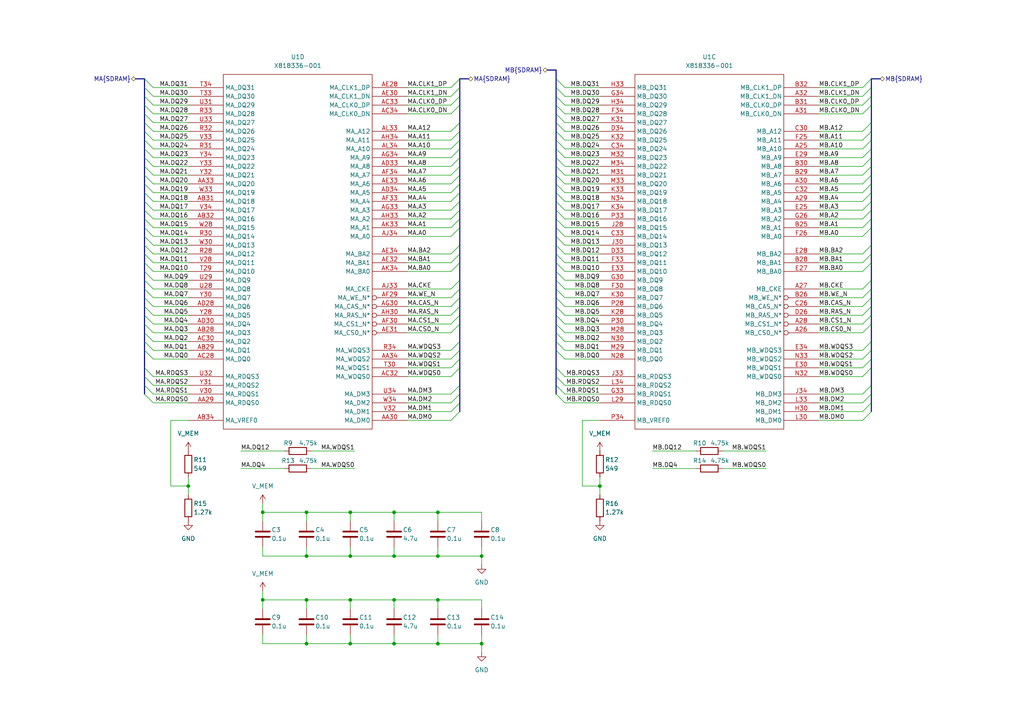
<source format=kicad_sch>
(kicad_sch (version 20250114) (generator "eeschema") (generator_version "9.0")
  (paper "A4")
  (lib_symbols
    (symbol "Device:C" (pin_numbers (hide yes)) (pin_names (offset 0.254))
      (property "Reference" "C" (at 0.635 2.54 0))
      (property "Value" "C" (at 0.635 -2.54 0))
      (symbol "C_1_1"
        (pin passive line (at 0 3.81 270) (length 2.794) (name "~") (number "1"))
        (pin passive line (at 0 -3.81 90) (length 2.794) (name "~") (number "2"))
      )
    )
    (symbol "Device:R" (pin_numbers (hide yes)) (pin_names (offset 0))
      (property "Reference" "R" (at 2.032 0 90))
      (property "Value" "R" (at 0 0 90))
      (symbol "R_1_1"
        (pin passive line (at 0 3.81 270) (length 1.27) (name "~") (number "1"))
        (pin passive line (at 0 -3.81 90) (length 1.27) (name "~") (number "2"))
      )
    )
    (symbol "X360:X818336-001"
      (property "Reference" "U" (at -20.828 66.04 0))
      (property "Value" "X818336-001" (at -14.478 -67.564 0))
      (symbol "X818336-001_1_1"
        (unit_name "MC1PD")
        (pin bidirectional line (at -31.75 60.96 0) (length 10.16) (name "MD_DQ31") (number "AM23"))
        (pin bidirectional line (at -31.75 58.42 0) (length 10.16) (name "MD_DQ30") (number "AL23"))
        (pin bidirectional line (at -31.75 55.88 0) (length 10.16) (name "MD_DQ29") (number "AP23"))
        (pin bidirectional line (at -31.75 53.34 0) (length 10.16) (name "MD_DQ28") (number "AP24"))
        (pin bidirectional line (at -31.75 50.8 0) (length 10.16) (name "MD_DQ27") (number "AP22"))
        (pin bidirectional line (at -31.75 48.26 0) (length 10.16) (name "MD_DQ26") (number "AN25"))
        (pin bidirectional line (at -31.75 45.72 0) (length 10.16) (name "MD_DQ25") (number "AN21"))
        (pin bidirectional line (at -31.75 43.18 0) (length 10.16) (name "MD_DQ24") (number "AP25"))
        (pin bidirectional line (at -31.75 40.64 0) (length 10.16) (name "MD_DQ23") (number "AN19"))
        (pin bidirectional line (at -31.75 38.1 0) (length 10.16) (name "MD_DQ22") (number "AP19"))
        (pin bidirectional line (at -31.75 35.56 0) (length 10.16) (name "MD_DQ21") (number "AN20"))
        (pin bidirectional line (at -31.75 33.02 0) (length 10.16) (name "MD_DQ20") (number "AL18"))
        (pin bidirectional line (at -31.75 30.48 0) (length 10.16) (name "MD_DQ19") (number "AL20"))
        (pin bidirectional line (at -31.75 27.94 0) (length 10.16) (name "MD_DQ18") (number "AP18"))
        (pin bidirectional line (at -31.75 25.4 0) (length 10.16) (name "MD_DQ17") (number "AP21"))
        (pin bidirectional line (at -31.75 22.86 0) (length 10.16) (name "MD_DQ16") (number "AN18"))
        (pin bidirectional line (at -31.75 20.32 0) (length 10.16) (name "MD_DQ15") (number "AJ19"))
        (pin bidirectional line (at -31.75 17.78 0) (length 10.16) (name "MD_DQ14") (number "AH23"))
        (pin bidirectional line (at -31.75 15.24 0) (length 10.16) (name "MD_DQ13") (number "AK19"))
        (pin bidirectional line (at -31.75 12.7 0) (length 10.16) (name "MD_DQ12") (number "AJ23"))
        (pin bidirectional line (at -31.75 10.16 0) (length 10.16) (name "MD_DQ11") (number "AK21"))
        (pin bidirectional line (at -31.75 7.62 0) (length 10.16) (name "MD_DQ10") (number "AK22"))
        (pin bidirectional line (at -31.75 5.08 0) (length 10.16) (name "MD_DQ9") (number "AH21"))
        (pin bidirectional line (at -31.75 2.54 0) (length 10.16) (name "MD_DQ8") (number "AM22"))
        (pin bidirectional line (at -31.75 0 0) (length 10.16) (name "MD_DQ7") (number "AH18"))
        (pin bidirectional line (at -31.75 -2.54 0) (length 10.16) (name "MD_DQ6") (number "AJ14"))
        (pin bidirectional line (at -31.75 -5.08 0) (length 10.16) (name "MD_DQ5") (number "AJ18"))
        (pin bidirectional line (at -31.75 -7.62 0) (length 10.16) (name "MD_DQ4") (number "AK14"))
        (pin bidirectional line (at -31.75 -10.16 0) (length 10.16) (name "MD_DQ3") (number "AM17"))
        (pin bidirectional line (at -31.75 -12.7 0) (length 10.16) (name "MD_DQ2") (number "AK15"))
        (pin bidirectional line (at -31.75 -15.24 0) (length 10.16) (name "MD_DQ1") (number "AK16"))
        (pin bidirectional line (at -31.75 -17.78 0) (length 10.16) (name "MD_DQ0") (number "AH16"))
        (pin input line (at -31.75 -22.86 0) (length 10.16) (name "MD_RDQS3") (number "AN23"))
        (pin input line (at -31.75 -25.4 0) (length 10.16) (name "MD_RDQS2") (number "AP20"))
        (pin input line (at -31.75 -27.94 0) (length 10.16) (name "MD_RDQS1") (number "AK20"))
        (pin input line (at -31.75 -30.48 0) (length 10.16) (name "MD_RDQS0") (number "AK17"))
        (pin power_in line (at -31.75 -35.56 0) (length 10.16) (name "MD_VREF0") (number "AN17"))
        (pin output line (at 31.75 60.96 180) (length 10.16) (name "MD_CLK1_DP") (number "AJ24"))
        (pin output line (at 31.75 58.42 180) (length 10.16) (name "MD_CLK1_DN") (number "AK24"))
        (pin output line (at 31.75 55.88 180) (length 10.16) (name "MD_CLK0_DP") (number "AL25"))
        (pin output line (at 31.75 53.34 180) (length 10.16) (name "MD_CLK0_DN") (number "AM25"))
        (pin output line (at 31.75 48.26 180) (length 10.16) (name "MD_A12") (number "AK30"))
        (pin output line (at 31.75 45.72 180) (length 10.16) (name "MD_A11") (number "AN31"))
        (pin output line (at 31.75 43.18 180) (length 10.16) (name "MD_A10") (number "AN32"))
        (pin output line (at 31.75 40.64 180) (length 10.16) (name "MD_A9") (number "AK26"))
        (pin output line (at 31.75 38.1 180) (length 10.16) (name "MD_A8") (number "AK25"))
        (pin output line (at 31.75 35.56 180) (length 10.16) (name "MD_A7") (number "AN26"))
        (pin output line (at 31.75 33.02 180) (length 10.16) (name "MD_A6") (number "AH26"))
        (pin output line (at 31.75 30.48 180) (length 10.16) (name "MD_A5") (number "AH25"))
        (pin output line (at 31.75 27.94 180) (length 10.16) (name "MD_A4") (number "AN27"))
        (pin output line (at 31.75 25.4 180) (length 10.16) (name "MD_A3") (number "AP32"))
        (pin output line (at 31.75 22.86 180) (length 10.16) (name "MD_A2") (number "AN29"))
        (pin output line (at 31.75 20.32 180) (length 10.16) (name "MD_A1") (number "AM32"))
        (pin output line (at 31.75 17.78 180) (length 10.16) (name "MD_A0") (number "AN30"))
        (pin output line (at 31.75 12.7 180) (length 10.16) (name "MD_BA2") (number "AK27"))
        (pin output line (at 31.75 10.16 180) (length 10.16) (name "MD_BA1") (number "AN28"))
        (pin output line (at 31.75 7.62 180) (length 10.16) (name "MD_BA0") (number "AK29"))
        (pin output line (at 31.75 2.54 180) (length 10.16) (name "MD_CKE") (number "AP30"))
        (pin output inverted (at 31.75 0 180) (length 10.16) (name "MD_WE_N*") (number "AP28"))
        (pin output inverted (at 31.75 -2.54 180) (length 10.16) (name "MD_CAS_N*") (number "AP29"))
        (pin output inverted (at 31.75 -5.08 180) (length 10.16) (name "MD_RAS_N*") (number "AP31"))
        (pin output inverted (at 31.75 -7.62 180) (length 10.16) (name "MD_CS1_N*") (number "AK28"))
        (pin output inverted (at 31.75 -10.16 180) (length 10.16) (name "MD_CS0_N*") (number "AP27"))
        (pin output line (at 31.75 -15.24 180) (length 10.16) (name "MD_WDQS3") (number "AN24"))
        (pin output line (at 31.75 -17.78 180) (length 10.16) (name "MD_WDQS2") (number "AM18"))
        (pin output line (at 31.75 -20.32 180) (length 10.16) (name "MD_WDQS1") (number "AH22"))
        (pin output line (at 31.75 -22.86 180) (length 10.16) (name "MD_WDQS0") (number "AH15"))
        (pin output line (at 31.75 -27.94 180) (length 10.16) (name "MD_DM3") (number "AN22"))
        (pin output line (at 31.75 -30.48 180) (length 10.16) (name "MD_DM2") (number "AM20"))
        (pin output line (at 31.75 -33.02 180) (length 10.16) (name "MD_DM1") (number "AH20"))
        (pin output line (at 31.75 -35.56 180) (length 10.16) (name "MD_DM0") (number "AH17"))
      )
      (symbol "X818336-001_2_1"
        (unit_name "MC1PC")
        (pin bidirectional line (at -31.75 60.96 0) (length 10.16) (name "MC_DQ31") (number "AP15"))
        (pin bidirectional line (at -31.75 58.42 0) (length 10.16) (name "MC_DQ30") (number "AM15"))
        (pin bidirectional line (at -31.75 55.88 0) (length 10.16) (name "MC_DQ29") (number "AN15"))
        (pin bidirectional line (at -31.75 53.34 0) (length 10.16) (name "MC_DQ28") (number "AL15"))
        (pin bidirectional line (at -31.75 50.8 0) (length 10.16) (name "MC_DQ27") (number "AL13"))
        (pin bidirectional line (at -31.75 48.26 0) (length 10.16) (name "MC_DQ26") (number "AN16"))
        (pin bidirectional line (at -31.75 45.72 0) (length 10.16) (name "MC_DQ25") (number "AM13"))
        (pin bidirectional line (at -31.75 43.18 0) (length 10.16) (name "MC_DQ24") (number "AP17"))
        (pin bidirectional line (at -31.75 40.64 0) (length 10.16) (name "MC_DQ23") (number "AP11"))
        (pin bidirectional line (at -31.75 38.1 0) (length 10.16) (name "MC_DQ22") (number "AL10"))
        (pin bidirectional line (at -31.75 35.56 0) (length 10.16) (name "MC_DQ21") (number "AN11"))
        (pin bidirectional line (at -31.75 33.02 0) (length 10.16) (name "MC_DQ20") (number "AM10"))
        (pin bidirectional line (at -31.75 30.48 0) (length 10.16) (name "MC_DQ19") (number "AN13"))
        (pin bidirectional line (at -31.75 27.94 0) (length 10.16) (name "MC_DQ18") (number "AN10"))
        (pin bidirectional line (at -31.75 25.4 0) (length 10.16) (name "MC_DQ17") (number "AP13"))
        (pin bidirectional line (at -31.75 22.86 0) (length 10.16) (name "MC_DQ16") (number "AN9"))
        (pin bidirectional line (at -31.75 20.32 0) (length 10.16) (name "MC_DQ15") (number "AJ9"))
        (pin bidirectional line (at -31.75 17.78 0) (length 10.16) (name "MC_DQ14") (number "AJ13"))
        (pin bidirectional line (at -31.75 15.24 0) (length 10.16) (name "MC_DQ13") (number "AK9"))
        (pin bidirectional line (at -31.75 12.7 0) (length 10.16) (name "MC_DQ12") (number "AH13"))
        (pin bidirectional line (at -31.75 10.16 0) (length 10.16) (name "MC_DQ11") (number "AK11"))
        (pin bidirectional line (at -31.75 7.62 0) (length 10.16) (name "MC_DQ10") (number "AK12"))
        (pin bidirectional line (at -31.75 5.08 0) (length 10.16) (name "MC_DQ9") (number "AH11"))
        (pin bidirectional line (at -31.75 2.54 0) (length 10.16) (name "MC_DQ8") (number "AM12"))
        (pin bidirectional line (at -31.75 0 0) (length 10.16) (name "MC_DQ7") (number "AN8"))
        (pin bidirectional line (at -31.75 -2.54 0) (length 10.16) (name "MC_DQ6") (number "AN2"))
        (pin bidirectional line (at -31.75 -5.08 0) (length 10.16) (name "MC_DQ5") (number "AK8"))
        (pin bidirectional line (at -31.75 -7.62 0) (length 10.16) (name "MC_DQ4") (number "AN3"))
        (pin bidirectional line (at -31.75 -10.16 0) (length 10.16) (name "MC_DQ3") (number "AN6"))
        (pin bidirectional line (at -31.75 -12.7 0) (length 10.16) (name "MC_DQ2") (number "AK5"))
        (pin bidirectional line (at -31.75 -15.24 0) (length 10.16) (name "MC_DQ1") (number "AK6"))
        (pin bidirectional line (at -31.75 -17.78 0) (length 10.16) (name "MC_DQ0") (number "AN5"))
        (pin input line (at -31.75 -22.86 0) (length 10.16) (name "MC_RDQS3") (number "AN14"))
        (pin input line (at -31.75 -25.4 0) (length 10.16) (name "MC_RDQS2") (number "AP12"))
        (pin input line (at -31.75 -27.94 0) (length 10.16) (name "MC_RDQS1") (number "AK10"))
        (pin input line (at -31.75 -30.48 0) (length 10.16) (name "MC_RDQS0") (number "AK7"))
        (pin power_in line (at -31.75 -35.56 0) (length 10.16) (name "MC_VREF0") (number "AE5"))
        (pin output line (at 31.75 60.96 180) (length 10.16) (name "MC_CLK1_DP") (number "AP9"))
        (pin output line (at 31.75 58.42 180) (length 10.16) (name "MC_CLK1_DN") (number "AP8"))
        (pin output line (at 31.75 55.88 180) (length 10.16) (name "MC_CLK0_DP") (number "AP6"))
        (pin output line (at 31.75 53.34 180) (length 10.16) (name "MC_CLK0_DN") (number "AP5"))
        (pin output line (at 31.75 48.26 180) (length 10.16) (name "MC_A12") (number "AE1"))
        (pin output line (at 31.75 45.72 180) (length 10.16) (name "MC_A11") (number "AH1"))
        (pin output line (at 31.75 43.18 180) (length 10.16) (name "MC_A10") (number "AE2"))
        (pin output line (at 31.75 40.64 180) (length 10.16) (name "MC_A9") (number "AJ2"))
        (pin output line (at 31.75 38.1 180) (length 10.16) (name "MC_A8") (number "AP4"))
        (pin output line (at 31.75 35.56 180) (length 10.16) (name "MC_A7") (number "AK1"))
        (pin output line (at 31.75 33.02 180) (length 10.16) (name "MC_A6") (number "AL1"))
        (pin output line (at 31.75 30.48 180) (length 10.16) (name "MC_A5") (number "AP3"))
        (pin output line (at 31.75 27.94 180) (length 10.16) (name "MC_A4") (number "AK2"))
        (pin output line (at 31.75 25.4 180) (length 10.16) (name "MC_A3") (number "AJ1"))
        (pin output line (at 31.75 22.86 180) (length 10.16) (name "MC_A2") (number "AH2"))
        (pin output line (at 31.75 20.32 180) (length 10.16) (name "MC_A1") (number "AF1"))
        (pin output line (at 31.75 17.78 180) (length 10.16) (name "MC_A0") (number "AG2"))
        (pin output line (at 31.75 12.7 180) (length 10.16) (name "MC_BA2") (number "AL2"))
        (pin output line (at 31.75 10.16 180) (length 10.16) (name "MC_BA1") (number "AM1"))
        (pin output line (at 31.75 7.62 180) (length 10.16) (name "MC_BA0") (number "AF2"))
        (pin output line (at 31.75 2.54 180) (length 10.16) (name "MC_CKE") (number "AG1"))
        (pin output inverted (at 31.75 0 180) (length 10.16) (name "MC_WE_N*") (number "AH5"))
        (pin output inverted (at 31.75 -2.54 180) (length 10.16) (name "MC_CAS_N*") (number "AG5"))
        (pin output inverted (at 31.75 -5.08 180) (length 10.16) (name "MC_RAS_N*") (number "AF5"))
        (pin output inverted (at 31.75 -7.62 180) (length 10.16) (name "MC_CS1_N*") (number "AJ5"))
        (pin output inverted (at 31.75 -10.16 180) (length 10.16) (name "MC_CS0_N*") (number "AM2"))
        (pin output line (at 31.75 -15.24 180) (length 10.16) (name "MC_WDQS3") (number "AP16"))
        (pin output line (at 31.75 -17.78 180) (length 10.16) (name "MC_WDQS2") (number "AP10"))
        (pin output line (at 31.75 -20.32 180) (length 10.16) (name "MC_WDQS1") (number "AH12"))
        (pin output line (at 31.75 -22.86 180) (length 10.16) (name "MC_WDQS0") (number "AN4"))
        (pin output line (at 31.75 -27.94 180) (length 10.16) (name "MC_DM3") (number "AP14"))
        (pin output line (at 31.75 -30.48 180) (length 10.16) (name "MC_DM2") (number "AN12"))
        (pin output line (at 31.75 -33.02 180) (length 10.16) (name "MC_DM1") (number "AH10"))
        (pin output line (at 31.75 -35.56 180) (length 10.16) (name "MC_DM0") (number "AN7"))
      )
      (symbol "X818336-001_3_1"
        (unit_name "MC0PB")
        (pin bidirectional line (at -31.75 60.96 0) (length 10.16) (name "MB_DQ31") (number "H33"))
        (pin bidirectional line (at -31.75 58.42 0) (length 10.16) (name "MB_DQ30") (number "G34"))
        (pin bidirectional line (at -31.75 55.88 0) (length 10.16) (name "MB_DQ29") (number "H34"))
        (pin bidirectional line (at -31.75 53.34 0) (length 10.16) (name "MB_DQ28") (number "F34"))
        (pin bidirectional line (at -31.75 50.8 0) (length 10.16) (name "MB_DQ27") (number "K31"))
        (pin bidirectional line (at -31.75 48.26 0) (length 10.16) (name "MB_DQ26") (number "D34"))
        (pin bidirectional line (at -31.75 45.72 0) (length 10.16) (name "MB_DQ25") (number "K32"))
        (pin bidirectional line (at -31.75 43.18 0) (length 10.16) (name "MB_DQ24") (number "C34"))
        (pin bidirectional line (at -31.75 40.64 0) (length 10.16) (name "MB_DQ23") (number "M32"))
        (pin bidirectional line (at -31.75 38.1 0) (length 10.16) (name "MB_DQ22") (number "M34"))
        (pin bidirectional line (at -31.75 35.56 0) (length 10.16) (name "MB_DQ21") (number "M31"))
        (pin bidirectional line (at -31.75 33.02 0) (length 10.16) (name "MB_DQ20") (number "M33"))
        (pin bidirectional line (at -31.75 30.48 0) (length 10.16) (name "MB_DQ19") (number "K33"))
        (pin bidirectional line (at -31.75 27.94 0) (length 10.16) (name "MB_DQ18") (number "N34"))
        (pin bidirectional line (at -31.75 25.4 0) (length 10.16) (name "MB_DQ17") (number "K34"))
        (pin bidirectional line (at -31.75 22.86 0) (length 10.16) (name "MB_DQ16") (number "P33"))
        (pin bidirectional line (at -31.75 20.32 0) (length 10.16) (name "MB_DQ15") (number "J28"))
        (pin bidirectional line (at -31.75 17.78 0) (length 10.16) (name "MB_DQ14") (number "C33"))
        (pin bidirectional line (at -31.75 15.24 0) (length 10.16) (name "MB_DQ13") (number "J30"))
        (pin bidirectional line (at -31.75 12.7 0) (length 10.16) (name "MB_DQ12") (number "D33"))
        (pin bidirectional line (at -31.75 10.16 0) (length 10.16) (name "MB_DQ11") (number "F33"))
        (pin bidirectional line (at -31.75 7.62 0) (length 10.16) (name "MB_DQ10") (number "E33"))
        (pin bidirectional line (at -31.75 5.08 0) (length 10.16) (name "MB_DQ9") (number "G30"))
        (pin bidirectional line (at -31.75 2.54 0) (length 10.16) (name "MB_DQ8") (number "F30"))
        (pin bidirectional line (at -31.75 0 0) (length 10.16) (name "MB_DQ7") (number "K30"))
        (pin bidirectional line (at -31.75 -2.54 0) (length 10.16) (name "MB_DQ6") (number "P28"))
        (pin bidirectional line (at -31.75 -5.08 0) (length 10.16) (name "MB_DQ5") (number "K28"))
        (pin bidirectional line (at -31.75 -7.62 0) (length 10.16) (name "MB_DQ4") (number "P30"))
        (pin bidirectional line (at -31.75 -10.16 0) (length 10.16) (name "MB_DQ3") (number "M28"))
        (pin bidirectional line (at -31.75 -12.7 0) (length 10.16) (name "MB_DQ2") (number "N30"))
        (pin bidirectional line (at -31.75 -15.24 0) (length 10.16) (name "MB_DQ1") (number "M29"))
        (pin bidirectional line (at -31.75 -17.78 0) (length 10.16) (name "MB_DQ0") (number "N28"))
        (pin input line (at -31.75 -22.86 0) (length 10.16) (name "MB_RDQS3") (number "J33"))
        (pin input line (at -31.75 -25.4 0) (length 10.16) (name "MB_RDQS2") (number "L34"))
        (pin input line (at -31.75 -27.94 0) (length 10.16) (name "MB_RDQS1") (number "G33"))
        (pin input line (at -31.75 -30.48 0) (length 10.16) (name "MB_RDQS0") (number "L29"))
        (pin power_in line (at -31.75 -35.56 0) (length 10.16) (name "MB_VREF0") (number "P34"))
        (pin output line (at 31.75 60.96 180) (length 10.16) (name "MB_CLK1_DP") (number "B32"))
        (pin output line (at 31.75 58.42 180) (length 10.16) (name "MB_CLK1_DN") (number "A32"))
        (pin output line (at 31.75 55.88 180) (length 10.16) (name "MB_CLK0_DP") (number "B31"))
        (pin output line (at 31.75 53.34 180) (length 10.16) (name "MB_CLK0_DN") (number "A31"))
        (pin output line (at 31.75 48.26 180) (length 10.16) (name "MB_A12") (number "C30"))
        (pin output line (at 31.75 45.72 180) (length 10.16) (name "MB_A11") (number "F25"))
        (pin output line (at 31.75 43.18 180) (length 10.16) (name "MB_A10") (number "A25"))
        (pin output line (at 31.75 40.64 180) (length 10.16) (name "MB_A9") (number "E29"))
        (pin output line (at 31.75 38.1 180) (length 10.16) (name "MB_A8") (number "B30"))
        (pin output line (at 31.75 35.56 180) (length 10.16) (name "MB_A7") (number "B29"))
        (pin output line (at 31.75 33.02 180) (length 10.16) (name "MB_A6") (number "A30"))
        (pin output line (at 31.75 30.48 180) (length 10.16) (name "MB_A5") (number "C32"))
        (pin output line (at 31.75 27.94 180) (length 10.16) (name "MB_A4") (number "A29"))
        (pin output line (at 31.75 25.4 180) (length 10.16) (name "MB_A3") (number "E25"))
        (pin output line (at 31.75 22.86 180) (length 10.16) (name "MB_A2") (number "G26"))
        (pin output line (at 31.75 20.32 180) (length 10.16) (name "MB_A1") (number "B25"))
        (pin output line (at 31.75 17.78 180) (length 10.16) (name "MB_A0") (number "F26"))
        (pin output line (at 31.75 12.7 180) (length 10.16) (name "MB_BA2") (number "E28"))
        (pin output line (at 31.75 10.16 180) (length 10.16) (name "MB_BA1") (number "B28"))
        (pin output line (at 31.75 7.62 180) (length 10.16) (name "MB_BA0") (number "E27"))
        (pin output line (at 31.75 2.54 180) (length 10.16) (name "MB_CKE") (number "A27"))
        (pin output inverted (at 31.75 0 180) (length 10.16) (name "MB_WE_N*") (number "B26"))
        (pin output inverted (at 31.75 -2.54 180) (length 10.16) (name "MB_CAS_N*") (number "C26"))
        (pin output inverted (at 31.75 -5.08 180) (length 10.16) (name "MB_RAS_N*") (number "D26"))
        (pin output inverted (at 31.75 -7.62 180) (length 10.16) (name "MB_CS1_N*") (number "A28"))
        (pin output inverted (at 31.75 -10.16 180) (length 10.16) (name "MB_CS0_N*") (number "A26"))
        (pin output line (at 31.75 -15.24 180) (length 10.16) (name "MB_WDQS3") (number "E34"))
        (pin output line (at 31.75 -17.78 180) (length 10.16) (name "MB_WDQS2") (number "N33"))
        (pin output line (at 31.75 -20.32 180) (length 10.16) (name "MB_WDQS1") (number "E30"))
        (pin output line (at 31.75 -22.86 180) (length 10.16) (name "MB_WDQS0") (number "N32"))
        (pin output line (at 31.75 -27.94 180) (length 10.16) (name "MB_DM3") (number "J34"))
        (pin output line (at 31.75 -30.48 180) (length 10.16) (name "MB_DM2") (number "L33"))
        (pin output line (at 31.75 -33.02 180) (length 10.16) (name "MB_DM1") (number "H30"))
        (pin output line (at 31.75 -35.56 180) (length 10.16) (name "MB_DM0") (number "L30"))
      )
      (symbol "X818336-001_4_1"
        (unit_name "MC0PA")
        (pin bidirectional line (at -31.75 60.96 0) (length 10.16) (name "MA_DQ31") (number "T34"))
        (pin bidirectional line (at -31.75 58.42 0) (length 10.16) (name "MA_DQ30") (number "T33"))
        (pin bidirectional line (at -31.75 55.88 0) (length 10.16) (name "MA_DQ29") (number "U31"))
        (pin bidirectional line (at -31.75 53.34 0) (length 10.16) (name "MA_DQ28") (number "R33"))
        (pin bidirectional line (at -31.75 50.8 0) (length 10.16) (name "MA_DQ27") (number "U33"))
        (pin bidirectional line (at -31.75 48.26 0) (length 10.16) (name "MA_DQ26") (number "R32"))
        (pin bidirectional line (at -31.75 45.72 0) (length 10.16) (name "MA_DQ25") (number "V33"))
        (pin bidirectional line (at -31.75 43.18 0) (length 10.16) (name "MA_DQ24") (number "R31"))
        (pin bidirectional line (at -31.75 40.64 0) (length 10.16) (name "MA_DQ23") (number "Y34"))
        (pin bidirectional line (at -31.75 38.1 0) (length 10.16) (name "MA_DQ22") (number "Y33"))
        (pin bidirectional line (at -31.75 35.56 0) (length 10.16) (name "MA_DQ21") (number "Y32"))
        (pin bidirectional line (at -31.75 33.02 0) (length 10.16) (name "MA_DQ20") (number "AA33"))
        (pin bidirectional line (at -31.75 30.48 0) (length 10.16) (name "MA_DQ19") (number "W33"))
        (pin bidirectional line (at -31.75 27.94 0) (length 10.16) (name "MA_DQ18") (number "AB31"))
        (pin bidirectional line (at -31.75 25.4 0) (length 10.16) (name "MA_DQ17") (number "V34"))
        (pin bidirectional line (at -31.75 22.86 0) (length 10.16) (name "MA_DQ16") (number "AB32"))
        (pin bidirectional line (at -31.75 20.32 0) (length 10.16) (name "MA_DQ15") (number "W28"))
        (pin bidirectional line (at -31.75 17.78 0) (length 10.16) (name "MA_DQ14") (number "R30"))
        (pin bidirectional line (at -31.75 15.24 0) (length 10.16) (name "MA_DQ13") (number "W30"))
        (pin bidirectional line (at -31.75 12.7 0) (length 10.16) (name "MA_DQ12") (number "R28"))
        (pin bidirectional line (at -31.75 10.16 0) (length 10.16) (name "MA_DQ11") (number "V28"))
        (pin bidirectional line (at -31.75 7.62 0) (length 10.16) (name "MA_DQ10") (number "T29"))
        (pin bidirectional line (at -31.75 5.08 0) (length 10.16) (name "MA_DQ9") (number "U29"))
        (pin bidirectional line (at -31.75 2.54 0) (length 10.16) (name "MA_DQ8") (number "U28"))
        (pin bidirectional line (at -31.75 0 0) (length 10.16) (name "MA_DQ7") (number "Y30"))
        (pin bidirectional line (at -31.75 -2.54 0) (length 10.16) (name "MA_DQ6") (number "AD28"))
        (pin bidirectional line (at -31.75 -5.08 0) (length 10.16) (name "MA_DQ5") (number "Y28"))
        (pin bidirectional line (at -31.75 -7.62 0) (length 10.16) (name "MA_DQ4") (number "AD30"))
        (pin bidirectional line (at -31.75 -10.16 0) (length 10.16) (name "MA_DQ3") (number "AB28"))
        (pin bidirectional line (at -31.75 -12.7 0) (length 10.16) (name "MA_DQ2") (number "AC30"))
        (pin bidirectional line (at -31.75 -15.24 0) (length 10.16) (name "MA_DQ1") (number "AB29"))
        (pin bidirectional line (at -31.75 -17.78 0) (length 10.16) (name "MA_DQ0") (number "AC28"))
        (pin input line (at -31.75 -22.86 0) (length 10.16) (name "MA_RDQS3") (number "U32"))
        (pin input line (at -31.75 -25.4 0) (length 10.16) (name "MA_RDQS2") (number "Y31"))
        (pin input line (at -31.75 -27.94 0) (length 10.16) (name "MA_RDQS1") (number "V30"))
        (pin input line (at -31.75 -30.48 0) (length 10.16) (name "MA_RDQS0") (number "AA29"))
        (pin power_in line (at -31.75 -35.56 0) (length 10.16) (name "MA_VREF0") (number "AB34"))
        (pin output line (at 31.75 60.96 180) (length 10.16) (name "MA_CLK1_DP") (number "AE28"))
        (pin output line (at 31.75 58.42 180) (length 10.16) (name "MA_CLK1_DN") (number "AE30"))
        (pin output line (at 31.75 55.88 180) (length 10.16) (name "MA_CLK0_DP") (number "AC33"))
        (pin output line (at 31.75 53.34 180) (length 10.16) (name "MA_CLK0_DN") (number "AC34"))
        (pin output line (at 31.75 48.26 180) (length 10.16) (name "MA_A12") (number "AL33"))
        (pin output line (at 31.75 45.72 180) (length 10.16) (name "MA_A11") (number "AH34"))
        (pin output line (at 31.75 43.18 180) (length 10.16) (name "MA_A10") (number "AL34"))
        (pin output line (at 31.75 40.64 180) (length 10.16) (name "MA_A9") (number "AG34"))
        (pin output line (at 31.75 38.1 180) (length 10.16) (name "MA_A8") (number "AD33"))
        (pin output line (at 31.75 35.56 180) (length 10.16) (name "MA_A7") (number "AF34"))
        (pin output line (at 31.75 33.02 180) (length 10.16) (name "MA_A6") (number "AE33"))
        (pin output line (at 31.75 30.48 180) (length 10.16) (name "MA_A5") (number "AD34"))
        (pin output line (at 31.75 27.94 180) (length 10.16) (name "MA_A4") (number "AF33"))
        (pin output line (at 31.75 25.4 180) (length 10.16) (name "MA_A3") (number "AG33"))
        (pin output line (at 31.75 22.86 180) (length 10.16) (name "MA_A2") (number "AH33"))
        (pin output line (at 31.75 20.32 180) (length 10.16) (name "MA_A1") (number "AK33"))
        (pin output line (at 31.75 17.78 180) (length 10.16) (name "MA_A0") (number "AJ34"))
        (pin output line (at 31.75 12.7 180) (length 10.16) (name "MA_BA2") (number "AE34"))
        (pin output line (at 31.75 10.16 180) (length 10.16) (name "MA_BA1") (number "AE32"))
        (pin output line (at 31.75 7.62 180) (length 10.16) (name "MA_BA0") (number "AK34"))
        (pin output line (at 31.75 2.54 180) (length 10.16) (name "MA_CKE") (number "AJ33"))
        (pin output inverted (at 31.75 0 180) (length 10.16) (name "MA_WE_N*") (number "AF29"))
        (pin output inverted (at 31.75 -2.54 180) (length 10.16) (name "MA_CAS_N*") (number "AG30"))
        (pin output inverted (at 31.75 -5.08 180) (length 10.16) (name "MA_RAS_N*") (number "AH30"))
        (pin output inverted (at 31.75 -7.62 180) (length 10.16) (name "MA_CS1_N*") (number "AF30"))
        (pin output inverted (at 31.75 -10.16 180) (length 10.16) (name "MA_CS0_N*") (number "AE31"))
        (pin output line (at 31.75 -15.24 180) (length 10.16) (name "MA_WDQS3") (number "R34"))
        (pin output line (at 31.75 -17.78 180) (length 10.16) (name "MA_WDQS2") (number "AA34"))
        (pin output line (at 31.75 -20.32 180) (length 10.16) (name "MA_WDQS1") (number "T30"))
        (pin output line (at 31.75 -22.86 180) (length 10.16) (name "MA_WDQS0") (number "AC32"))
        (pin output line (at 31.75 -27.94 180) (length 10.16) (name "MA_DM3") (number "U34"))
        (pin output line (at 31.75 -30.48 180) (length 10.16) (name "MA_DM2") (number "W34"))
        (pin output line (at 31.75 -33.02 180) (length 10.16) (name "MA_DM1") (number "V32"))
        (pin output line (at 31.75 -35.56 180) (length 10.16) (name "MA_DM0") (number "AA30"))
      )
      (symbol "X818336-001_5_1"
        (unit_name "VIDEO + PCIEX")
        (pin input line (at -31.75 60.96 0) (length 10.16) (name "NB_CLK_DP") (number "R2"))
        (pin input line (at -31.75 55.88 0) (length 10.16) (name "NB_CLK_DN") (number "R1"))
        (pin input inverted (at -31.75 48.26 0) (length 10.16) (name "RST_IN_N*") (number "D2"))
        (pin input line (at -31.75 40.64 0) (length 10.16) (name "PEX_RX1_DP") (number "T2"))
        (pin input line (at -31.75 38.1 0) (length 10.16) (name "PEX_RX1_DN") (number "T1"))
        (pin input line (at -31.75 35.56 0) (length 10.16) (name "PEX_RX0_DP") (number "V2"))
        (pin input line (at -31.75 33.02 0) (length 10.16) (name "PEX_RX0_DN") (number "V1"))
        (pin input line (at -31.75 27.94 0) (length 10.16) (name "PIX_CLK_IN_DP") (number "N1"))
        (pin input line (at -31.75 25.4 0) (length 10.16) (name "PIX_CLK_IN_DN") (number "N2"))
        (pin power_in line (at -31.75 20.32 0) (length 10.16) (name "PEX_RCAL") (number "V3"))
        (pin input line (at -31.75 12.7 0) (length 10.16) (name "NB_THERMD_P") (number "P4"))
        (pin output line (at -31.75 10.16 0) (length 10.16) (name "NB_THERMD_N") (number "P3"))
        (pin input line (at -31.75 5.08 0) (length 10.16) (name "ED_THERMD_P") (number "V4"))
        (pin output line (at -31.75 2.54 0) (length 10.16) (name "ED_THERMD_N") (number "V5"))
        (pin input line (at -31.75 -2.54 0) (length 10.16) (name "CPU_THERMD_P") (number "M5"))
        (pin output line (at -31.75 -5.08 0) (length 10.16) (name "CPU_THERMD_N") (number "L5"))
        (pin power_in line (at -31.75 -12.7 0) (length 10.16) (name "MEM_CALA") (number "W27"))
        (pin power_in line (at -31.75 -15.24 0) (length 10.16) (name "MEM_CALB") (number "AG18"))
        (pin output line (at 31.75 60.96 180) (length 10.16) (name "RST_DONE") (number "U6"))
        (pin output line (at 31.75 53.34 180) (length 10.16) (name "PEX_TX1_DP") (number "U2"))
        (pin output line (at 31.75 48.26 180) (length 10.16) (name "PEX_TX1_DN") (number "U1"))
        (pin output line (at 31.75 43.18 180) (length 10.16) (name "PEX_TX0_DP") (number "W2"))
        (pin output line (at 31.75 38.1 180) (length 10.16) (name "PEX_TX0_DN") (number "W1"))
        (pin output line (at 31.75 30.48 180) (length 10.16) (name "PIX_CLK_OUT") (number "J2"))
        (pin output line (at 31.75 25.4 180) (length 10.16) (name "PIX_DATA14") (number "F2"))
        (pin output line (at 31.75 22.86 180) (length 10.16) (name "PIX_DATA13") (number "F1"))
        (pin output line (at 31.75 20.32 180) (length 10.16) (name "PIX_DATA12") (number "F3"))
        (pin output line (at 31.75 17.78 180) (length 10.16) (name "PIX_DATA11") (number "G2"))
        (pin output line (at 31.75 15.24 180) (length 10.16) (name "PIX_DATA10") (number "G1"))
        (pin output line (at 31.75 12.7 180) (length 10.16) (name "PIX_DATA9") (number "H3"))
        (pin output line (at 31.75 10.16 180) (length 10.16) (name "PIX_DATA8") (number "H2"))
        (pin output line (at 31.75 7.62 180) (length 10.16) (name "PIX_DATA7") (number "H1"))
        (pin output line (at 31.75 5.08 180) (length 10.16) (name "PIX_DATA6") (number "J1"))
        (pin output line (at 31.75 2.54 180) (length 10.16) (name "PIX_DATA5") (number "K3"))
        (pin output line (at 31.75 0 180) (length 10.16) (name "PIX_DATA4") (number "K2"))
        (pin output line (at 31.75 -2.54 180) (length 10.16) (name "PIX_DATA3") (number "K1"))
        (pin output line (at 31.75 -5.08 180) (length 10.16) (name "PIX_DATA2") (number "L2"))
        (pin output line (at 31.75 -7.62 180) (length 10.16) (name "PIX_DATA1") (number "L1"))
        (pin output line (at 31.75 -10.16 180) (length 10.16) (name "PIX_DATA0") (number "M3"))
        (pin output line (at 31.75 -15.24 180) (length 10.16) (name "VSYNC_OUT") (number "M1"))
        (pin output line (at 31.75 -17.78 180) (length 10.16) (name "HSYNC_OUT") (number "M2"))
        (pin output line (at 31.75 -25.4 180) (length 10.16) (name "MEM_RST") (number "AD27"))
        (pin output line (at 31.75 -27.94 180) (length 10.16) (name "MEM_SCAN_EN") (number "AB33"))
        (pin output line (at 31.75 -30.48 180) (length 10.16) (name "MEM_SCAN_OEN_A") (number "AF7"))
        (pin output line (at 31.75 -33.02 180) (length 10.16) (name "MEM_SCAN_OEN_B") (number "AE7"))
      )
      (symbol "X818336-001_6_1"
        (unit_name "VCS")
        (pin power_in line (at -31.75 60.96 0) (length 10.16) (name "V_CS28") (number "A11"))
        (pin power_in line (at -31.75 58.42 0) (length 10.16) (name "V_CS27") (number "A9"))
        (pin power_in line (at -31.75 55.88 0) (length 10.16) (name "V_CS26") (number "B10"))
        (pin power_in line (at -31.75 53.34 0) (length 10.16) (name "V_CS25") (number "C11"))
        (pin power_in line (at -31.75 50.8 0) (length 10.16) (name "V_CS24") (number "C9"))
        (pin power_in line (at -31.75 48.26 0) (length 10.16) (name "V_CS23") (number "D10"))
        (pin power_in line (at -31.75 45.72 0) (length 10.16) (name "V_CS22") (number "E11"))
        (pin power_in line (at -31.75 43.18 0) (length 10.16) (name "V_CS21") (number "E9"))
        (pin power_in line (at 31.75 60.96 180) (length 10.16) (name "V_CS20") (number "F10"))
        (pin power_in line (at 31.75 58.42 180) (length 10.16) (name "V_CS19") (number "G11"))
        (pin power_in line (at 31.75 55.88 180) (length 10.16) (name "V_CS18") (number "G9"))
        (pin power_in line (at 31.75 53.34 180) (length 10.16) (name "V_CS17") (number "H10"))
        (pin power_in line (at 31.75 50.8 180) (length 10.16) (name "V_CS16") (number "H8"))
        (pin power_in line (at 31.75 48.26 180) (length 10.16) (name "V_CS15") (number "J9"))
        (pin power_in line (at 31.75 45.72 180) (length 10.16) (name "V_CS14") (number "K10"))
        (pin power_in line (at 31.75 43.18 180) (length 10.16) (name "V_CS13") (number "K8"))
        (pin power_in line (at 31.75 40.64 180) (length 10.16) (name "V_CS12") (number "L9"))
        (pin power_in line (at 31.75 38.1 180) (length 10.16) (name "V_CS11") (number "M10"))
        (pin power_in line (at 31.75 35.56 180) (length 10.16) (name "V_CS10") (number "M8"))
        (pin power_in line (at 31.75 33.02 180) (length 10.16) (name "V_CS9") (number "N9"))
        (pin power_in line (at 31.75 30.48 180) (length 10.16) (name "V_CS8") (number "P10"))
        (pin power_in line (at 31.75 27.94 180) (length 10.16) (name "V_CS7") (number "P8"))
        (pin power_in line (at 31.75 25.4 180) (length 10.16) (name "V_CS6") (number "R9"))
        (pin power_in line (at 31.75 22.86 180) (length 10.16) (name "V_CS5") (number "T10"))
        (pin power_in line (at 31.75 20.32 180) (length 10.16) (name "V_CS4") (number "T8"))
        (pin power_in line (at 31.75 17.78 180) (length 10.16) (name "V_CS3") (number "U9"))
        (pin power_in line (at 31.75 15.24 180) (length 10.16) (name "V_CS2") (number "V10"))
        (pin power_in line (at 31.75 12.7 180) (length 10.16) (name "V_CS1") (number "V8"))
        (pin power_in line (at 31.75 10.16 180) (length 10.16) (name "V_CS0") (number "W9"))
      )
      (symbol "X818336-001_7_1"
        (unit_name "EDRAM POWER")
        (pin power_in line (at -31.75 60.96 0) (length 10.16) (name "V_EDRAM47") (number "R7"))
        (pin power_in line (at -31.75 58.42 0) (length 10.16) (name "V_EDRAM46") (number "T6"))
        (pin power_in line (at -31.75 55.88 0) (length 10.16) (name "V_EDRAM45") (number "U7"))
        (pin power_in line (at -31.75 53.34 0) (length 10.16) (name "V_EDRAM44") (number "W7"))
        (pin power_in line (at -31.75 50.8 0) (length 10.16) (name "V_EDRAM43") (number "Y11"))
        (pin power_in line (at -31.75 48.26 0) (length 10.16) (name "V_EDRAM42") (number "Y10"))
        (pin power_in line (at -31.75 45.72 0) (length 10.16) (name "V_EDRAM41") (number "Y8"))
        (pin power_in line (at -31.75 43.18 0) (length 10.16) (name "V_EDRAM40") (number "Y6"))
        (pin power_in line (at -31.75 40.64 0) (length 10.16) (name "V_EDRAM39") (number "Y4"))
        (pin power_in line (at -31.75 38.1 0) (length 10.16) (name "V_EDRAM38") (number "Y2"))
        (pin power_in line (at -31.75 35.56 0) (length 10.16) (name "V_EDRAM37") (number "Y1"))
        (pin power_in line (at -31.75 33.02 0) (length 10.16) (name "V_EDRAM36") (number "AA11"))
        (pin power_in line (at -31.75 30.48 0) (length 10.16) (name "V_EDRAM35") (number "AA10"))
        (pin power_in line (at -31.75 27.94 0) (length 10.16) (name "V_EDRAM34") (number "AA9"))
        (pin power_in line (at -31.75 25.4 0) (length 10.16) (name "V_EDRAM33") (number "AA8"))
        (pin power_in line (at -31.75 22.86 0) (length 10.16) (name "V_EDRAM32") (number "AA7"))
        (pin power_in line (at -31.75 20.32 0) (length 10.16) (name "V_EDRAM31") (number "AA6"))
        (pin power_in line (at -31.75 17.78 0) (length 10.16) (name "V_EDRAM30") (number "AA5"))
        (pin power_in line (at -31.75 15.24 0) (length 10.16) (name "V_EDRAM29") (number "AA4"))
        (pin power_in line (at -31.75 12.7 0) (length 10.16) (name "V_EDRAM28") (number "AA3"))
        (pin power_in line (at -31.75 10.16 0) (length 10.16) (name "V_EDRAM27") (number "AA2"))
        (pin power_in line (at -31.75 7.62 0) (length 10.16) (name "V_EDRAM26") (number "AA1"))
        (pin power_in line (at -31.75 5.08 0) (length 10.16) (name "V_EDRAM25") (number "AB10"))
        (pin power_in line (at -31.75 2.54 0) (length 10.16) (name "V_EDRAM24") (number "AB8"))
        (pin power_in line (at 31.75 60.96 180) (length 10.16) (name "V_EDRAM23") (number "AB6"))
        (pin power_in line (at 31.75 58.42 180) (length 10.16) (name "V_EDRAM22") (number "AB4"))
        (pin power_in line (at 31.75 55.88 180) (length 10.16) (name "V_EDRAM21") (number "AB2"))
        (pin power_in line (at 31.75 53.34 180) (length 10.16) (name "V_EDRAM20") (number "AC11"))
        (pin power_in line (at 31.75 50.8 180) (length 10.16) (name "V_EDRAM19") (number "AC10"))
        (pin power_in line (at 31.75 48.26 180) (length 10.16) (name "V_EDRAM18") (number "AC9"))
        (pin power_in line (at 31.75 45.72 180) (length 10.16) (name "V_EDRAM17") (number "AC8"))
        (pin power_in line (at 31.75 43.18 180) (length 10.16) (name "V_EDRAM16") (number "AC7"))
        (pin power_in line (at 31.75 40.64 180) (length 10.16) (name "V_EDRAM15") (number "AC6"))
        (pin power_in line (at 31.75 38.1 180) (length 10.16) (name "V_EDRAM14") (number "AC5"))
        (pin power_in line (at 31.75 35.56 180) (length 10.16) (name "V_EDRAM13") (number "AC4"))
        (pin power_in line (at 31.75 33.02 180) (length 10.16) (name "V_EDRAM12") (number "AC3"))
        (pin power_in line (at 31.75 30.48 180) (length 10.16) (name "V_EDRAM11") (number "AC2"))
        (pin power_in line (at 31.75 27.94 180) (length 10.16) (name "V_EDRAM10") (number "AC1"))
        (pin power_in line (at 31.75 25.4 180) (length 10.16) (name "V_EDRAM9") (number "AD11"))
        (pin power_in line (at 31.75 22.86 180) (length 10.16) (name "V_EDRAM8") (number "AD10"))
        (pin power_in line (at 31.75 20.32 180) (length 10.16) (name "V_EDRAM7") (number "AD8"))
        (pin power_in line (at 31.75 17.78 180) (length 10.16) (name "V_EDRAM6") (number "AD6"))
        (pin power_in line (at 31.75 15.24 180) (length 10.16) (name "V_EDRAM5") (number "AD4"))
        (pin power_in line (at 31.75 12.7 180) (length 10.16) (name "V_EDRAM4") (number "AD2"))
        (pin power_in line (at 31.75 10.16 180) (length 10.16) (name "V_EDRAM3") (number "AD1"))
        (pin power_in line (at 31.75 7.62 180) (length 10.16) (name "V_EDRAM2") (number "AE11"))
        (pin power_in line (at 31.75 5.08 180) (length 10.16) (name "V_EDRAM1") (number "AE9"))
        (pin power_in line (at 31.75 2.54 180) (length 10.16) (name "V_EDRAM0") (number "AF10"))
      )
      (symbol "X818336-001_8_1"
        (unit_name "MEMORY POWER")
        (pin power_in line (at -31.75 60.96 0) (length 10.16) (name "V_MEM111") (number "A33"))
        (pin power_in line (at -31.75 58.42 0) (length 10.16) (name "V_MEM110") (number "B34"))
        (pin power_in line (at -31.75 55.88 0) (length 10.16) (name "V_MEM109") (number "C31"))
        (pin power_in line (at -31.75 53.34 0) (length 10.16) (name "V_MEM108") (number "C29"))
        (pin power_in line (at -31.75 50.8 0) (length 10.16) (name "V_MEM107") (number "C27"))
        (pin power_in line (at -31.75 48.26 0) (length 10.16) (name "V_MEM106") (number "D32"))
        (pin power_in line (at -31.75 45.72 0) (length 10.16) (name "V_MEM105") (number "D30"))
        (pin power_in line (at -31.75 43.18 0) (length 10.16) (name "V_MEM104") (number "D28"))
        (pin power_in line (at -31.75 40.64 0) (length 10.16) (name "V_MEM103") (number "D25"))
        (pin power_in line (at -31.75 38.1 0) (length 10.16) (name "V_MEM102") (number "E31"))
        (pin power_in line (at -31.75 35.56 0) (length 10.16) (name "V_MEM101") (number "E26"))
        (pin power_in line (at -31.75 33.02 0) (length 10.16) (name "V_MEM100") (number "F32"))
        (pin power_in line (at -31.75 30.48 0) (length 10.16) (name "V_MEM99") (number "F28"))
        (pin power_in line (at -31.75 27.94 0) (length 10.16) (name "V_MEM98") (number "G31"))
        (pin power_in line (at -31.75 25.4 0) (length 10.16) (name "V_MEM97") (number "G29"))
        (pin power_in line (at -31.75 22.86 0) (length 10.16) (name "V_MEM96") (number "G27"))
        (pin power_in line (at -31.75 20.32 0) (length 10.16) (name "V_MEM95") (number "G25"))
        (pin power_in line (at -31.75 17.78 0) (length 10.16) (name "V_MEM94") (number "H32"))
        (pin power_in line (at -31.75 15.24 0) (length 10.16) (name "V_MEM93") (number "H28"))
        (pin power_in line (at -31.75 12.7 0) (length 10.16) (name "V_MEM92") (number "H26"))
        (pin power_in line (at -31.75 10.16 0) (length 10.16) (name "V_MEM91") (number "J32"))
        (pin power_in line (at -31.75 7.62 0) (length 10.16) (name "V_MEM90") (number "J29"))
        (pin power_in line (at -31.75 5.08 0) (length 10.16) (name "V_MEM89") (number "K27"))
        (pin power_in line (at -31.75 2.54 0) (length 10.16) (name "V_MEM88") (number "L31"))
        (pin power_in line (at -31.75 0 0) (length 10.16) (name "V_MEM87") (number "L28"))
        (pin power_in line (at -31.75 -2.54 0) (length 10.16) (name "V_MEM86") (number "M30"))
        (pin power_in line (at -31.75 -5.08 0) (length 10.16) (name "V_MEM85") (number "M27"))
        (pin power_in line (at -31.75 -7.62 0) (length 10.16) (name "V_MEM84") (number "N29"))
        (pin power_in line (at -31.75 -10.16 0) (length 10.16) (name "V_MEM83") (number "P31"))
        (pin power_in line (at -31.75 -12.7 0) (length 10.16) (name "V_MEM82") (number "P29"))
        (pin power_in line (at -31.75 -15.24 0) (length 10.16) (name "V_MEM81") (number "R27"))
        (pin power_in line (at -31.75 -17.78 0) (length 10.16) (name "V_MEM80") (number "T32"))
        (pin power_in line (at -31.75 -20.32 0) (length 10.16) (name "V_MEM79") (number "T28"))
        (pin power_in line (at -31.75 -22.86 0) (length 10.16) (name "V_MEM78") (number "V31"))
        (pin power_in line (at -31.75 -25.4 0) (length 10.16) (name "V_MEM77") (number "V27"))
        (pin power_in line (at -31.75 -27.94 0) (length 10.16) (name "V_MEM76") (number "W32"))
        (pin power_in line (at -31.75 -30.48 0) (length 10.16) (name "V_MEM75") (number "W29"))
        (pin power_in line (at -31.75 -33.02 0) (length 10.16) (name "V_MEM74") (number "Y27"))
        (pin power_in line (at -31.75 -35.56 0) (length 10.16) (name "V_MEM73") (number "AA31"))
        (pin power_in line (at -31.75 -38.1 0) (length 10.16) (name "V_MEM72") (number "AA28"))
        (pin power_in line (at -31.75 -40.64 0) (length 10.16) (name "V_MEM71") (number "AB30"))
        (pin power_in line (at -31.75 -43.18 0) (length 10.16) (name "V_MEM70") (number "AB27"))
        (pin power_in line (at -31.75 -45.72 0) (length 10.16) (name "V_MEM69") (number "AC29"))
        (pin power_in line (at -31.75 -48.26 0) (length 10.16) (name "V_MEM68") (number "AD31"))
        (pin power_in line (at -31.75 -50.8 0) (length 10.16) (name "V_MEM67") (number "AD29"))
        (pin power_in line (at -31.75 -53.34 0) (length 10.16) (name "V_MEM66") (number "AE8"))
        (pin power_in line (at -31.75 -55.88 0) (length 10.16) (name "V_MEM65") (number "AE4"))
        (pin power_in line (at -31.75 -58.42 0) (length 10.16) (name "V_MEM64") (number "AF32"))
        (pin power_in line (at -31.75 -60.96 0) (length 10.16) (name "V_MEM63") (number "AF28"))
        (pin power_in line (at -31.75 -63.5 0) (length 10.16) (name "V_MEM62") (number "AF27"))
        (pin power_in line (at -31.75 -66.04 0) (length 10.16) (name "V_MEM61") (number "AF6"))
        (pin power_in line (at -31.75 -68.58 0) (length 10.16) (name "V_MEM60") (number "AF3"))
        (pin power_in line (at -31.75 -71.12 0) (length 10.16) (name "V_MEM59") (number "AG31"))
        (pin power_in line (at -31.75 -73.66 0) (length 10.16) (name "V_MEM58") (number "AG28"))
        (pin power_in line (at -31.75 -76.2 0) (length 10.16) (name "V_MEM57") (number "AG25"))
        (pin power_in line (at 31.75 60.96 180) (length 10.16) (name "V_MEM56") (number "AG23"))
        (pin power_in line (at 31.75 58.42 180) (length 10.16) (name "V_MEM55") (number "AG20"))
        (pin power_in line (at 31.75 55.88 180) (length 10.16) (name "V_MEM54") (number "AG17"))
        (pin power_in line (at 31.75 53.34 180) (length 10.16) (name "V_MEM53") (number "AG15"))
        (pin power_in line (at 31.75 50.8 180) (length 10.16) (name "V_MEM52") (number "AG13"))
        (pin power_in line (at 31.75 48.26 180) (length 10.16) (name "V_MEM51") (number "AG10"))
        (pin power_in line (at 31.75 45.72 180) (length 10.16) (name "V_MEM50") (number "AG7"))
        (pin power_in line (at 31.75 43.18 180) (length 10.16) (name "V_MEM49") (number "AG4"))
        (pin power_in line (at 31.75 40.64 180) (length 10.16) (name "V_MEM48") (number "AH32"))
        (pin power_in line (at 31.75 38.1 180) (length 10.16) (name "V_MEM47") (number "AH29"))
        (pin power_in line (at 31.75 35.56 180) (length 10.16) (name "V_MEM46") (number "AH27"))
        (pin power_in line (at 31.75 33.02 180) (length 10.16) (name "V_MEM45") (number "AH24"))
        (pin power_in line (at 31.75 30.48 180) (length 10.16) (name "V_MEM44") (number "AH19"))
        (pin power_in line (at 31.75 27.94 180) (length 10.16) (name "V_MEM43") (number "AH14"))
        (pin power_in line (at 31.75 25.4 180) (length 10.16) (name "V_MEM42") (number "AH9"))
        (pin power_in line (at 31.75 22.86 180) (length 10.16) (name "V_MEM41") (number "AH8"))
        (pin power_in line (at 31.75 20.32 180) (length 10.16) (name "V_MEM40") (number "AH6"))
        (pin power_in line (at 31.75 17.78 180) (length 10.16) (name "V_MEM39") (number "AH3"))
        (pin power_in line (at 31.75 15.24 180) (length 10.16) (name "V_MEM38") (number "AJ31"))
        (pin power_in line (at 31.75 12.7 180) (length 10.16) (name "V_MEM37") (number "AJ28"))
        (pin power_in line (at 31.75 10.16 180) (length 10.16) (name "V_MEM36") (number "AJ26"))
        (pin power_in line (at 31.75 7.62 180) (length 10.16) (name "V_MEM35") (number "AJ22"))
        (pin power_in line (at 31.75 5.08 180) (length 10.16) (name "V_MEM34") (number "AJ21"))
        (pin power_in line (at 31.75 2.54 180) (length 10.16) (name "V_MEM33") (number "AJ16"))
        (pin power_in line (at 31.75 0 180) (length 10.16) (name "V_MEM32") (number "AJ12"))
        (pin power_in line (at 31.75 -2.54 180) (length 10.16) (name "V_MEM31") (number "AJ11"))
        (pin power_in line (at 31.75 -5.08 180) (length 10.16) (name "V_MEM30") (number "AJ7"))
        (pin power_in line (at 31.75 -7.62 180) (length 10.16) (name "V_MEM29") (number "AJ4"))
        (pin power_in line (at 31.75 -10.16 180) (length 10.16) (name "V_MEM28") (number "AK32"))
        (pin power_in line (at 31.75 -12.7 180) (length 10.16) (name "V_MEM27") (number "AK23"))
        (pin power_in line (at 31.75 -15.24 180) (length 10.16) (name "V_MEM26") (number "AK13"))
        (pin power_in line (at 31.75 -17.78 180) (length 10.16) (name "V_MEM25") (number "AK3"))
        (pin power_in line (at 31.75 -20.32 180) (length 10.16) (name "V_MEM24") (number "AL31"))
        (pin power_in line (at 31.75 -22.86 180) (length 10.16) (name "V_MEM23") (number "AL29"))
        (pin power_in line (at 31.75 -25.4 180) (length 10.16) (name "V_MEM22") (number "AL27"))
        (pin power_in line (at 31.75 -27.94 180) (length 10.16) (name "V_MEM21") (number "AL24"))
        (pin power_in line (at 31.75 -30.48 180) (length 10.16) (name "V_MEM20") (number "AL21"))
        (pin power_in line (at 31.75 -33.02 180) (length 10.16) (name "V_MEM19") (number "AL17"))
        (pin power_in line (at 31.75 -35.56 180) (length 10.16) (name "V_MEM18") (number "AL14"))
        (pin power_in line (at 31.75 -38.1 180) (length 10.16) (name "V_MEM17") (number "AL11"))
        (pin power_in line (at 31.75 -40.64 180) (length 10.16) (name "V_MEM16") (number "AL8"))
        (pin power_in line (at 31.75 -43.18 180) (length 10.16) (name "V_MEM15") (number "AL6"))
        (pin power_in line (at 31.75 -45.72 180) (length 10.16) (name "V_MEM14") (number "AL4"))
        (pin power_in line (at 31.75 -48.26 180) (length 10.16) (name "V_MEM13") (number "AM34"))
        (pin power_in line (at 31.75 -50.8 180) (length 10.16) (name "V_MEM12") (number "AM30"))
        (pin power_in line (at 31.75 -53.34 180) (length 10.16) (name "V_MEM11") (number "AM28"))
        (pin power_in line (at 31.75 -55.88 180) (length 10.16) (name "V_MEM10") (number "AM26"))
        (pin power_in line (at 31.75 -58.42 180) (length 10.16) (name "V_MEM9") (number "AM19"))
        (pin power_in line (at 31.75 -60.96 180) (length 10.16) (name "V_MEM8") (number "AM16"))
        (pin power_in line (at 31.75 -63.5 180) (length 10.16) (name "V_MEM7") (number "AM9"))
        (pin power_in line (at 31.75 -66.04 180) (length 10.16) (name "V_MEM6") (number "AM7"))
        (pin power_in line (at 31.75 -68.58 180) (length 10.16) (name "V_MEM5") (number "AM5"))
        (pin power_in line (at 31.75 -71.12 180) (length 10.16) (name "V_MEM4") (number "AM3"))
        (pin power_in line (at 31.75 -73.66 180) (length 10.16) (name "V_MEM3") (number "AN33"))
        (pin power_in line (at 31.75 -76.2 180) (length 10.16) (name "V_MEM2") (number "AN1"))
        (pin power_in line (at 31.75 -78.74 180) (length 10.16) (name "V_MEM1") (number "AP34"))
        (pin power_in line (at 31.75 -81.28 180) (length 10.16) (name "V_MEM0") (number "AP2"))
      )
      (symbol "X818336-001_9_1"
        (unit_name "CORE POWER 1")
        (pin power_in line (at -31.75 60.96 0) (length 10.16) (name "VDD_CORE91") (number "R23"))
        (pin power_in line (at -31.75 58.42 0) (length 10.16) (name "VDD_CORE90") (number "R21"))
        (pin power_in line (at -31.75 55.88 0) (length 10.16) (name "VDD_CORE89") (number "R19"))
        (pin power_in line (at -31.75 53.34 0) (length 10.16) (name "VDD_CORE88") (number "R17"))
        (pin power_in line (at -31.75 50.8 0) (length 10.16) (name "VDD_CORE87") (number "R15"))
        (pin power_in line (at -31.75 48.26 0) (length 10.16) (name "VDD_CORE86") (number "R13"))
        (pin power_in line (at -31.75 45.72 0) (length 10.16) (name "VDD_CORE85") (number "R11"))
        (pin power_in line (at -31.75 43.18 0) (length 10.16) (name "VDD_CORE84") (number "T26"))
        (pin power_in line (at -31.75 40.64 0) (length 10.16) (name "VDD_CORE83") (number "T24"))
        (pin power_in line (at -31.75 38.1 0) (length 10.16) (name "VDD_CORE82") (number "T22"))
        (pin power_in line (at -31.75 35.56 0) (length 10.16) (name "VDD_CORE81") (number "T20"))
        (pin power_in line (at -31.75 33.02 0) (length 10.16) (name "VDD_CORE80") (number "T18"))
        (pin power_in line (at -31.75 30.48 0) (length 10.16) (name "VDD_CORE79") (number "T16"))
        (pin power_in line (at -31.75 27.94 0) (length 10.16) (name "VDD_CORE78") (number "T14"))
        (pin power_in line (at -31.75 25.4 0) (length 10.16) (name "VDD_CORE77") (number "T12"))
        (pin power_in line (at -31.75 22.86 0) (length 10.16) (name "VDD_CORE76") (number "U25"))
        (pin power_in line (at -31.75 20.32 0) (length 10.16) (name "VDD_CORE75") (number "U23"))
        (pin power_in line (at -31.75 17.78 0) (length 10.16) (name "VDD_CORE74") (number "U21"))
        (pin power_in line (at -31.75 15.24 0) (length 10.16) (name "VDD_CORE73") (number "U19"))
        (pin power_in line (at -31.75 12.7 0) (length 10.16) (name "VDD_CORE72") (number "U17"))
        (pin power_in line (at -31.75 10.16 0) (length 10.16) (name "VDD_CORE71") (number "U15"))
        (pin power_in line (at -31.75 7.62 0) (length 10.16) (name "VDD_CORE70") (number "U13"))
        (pin power_in line (at -31.75 5.08 0) (length 10.16) (name "VDD_CORE69") (number "U11"))
        (pin power_in line (at -31.75 2.54 0) (length 10.16) (name "VDD_CORE68") (number "V26"))
        (pin power_in line (at -31.75 0 0) (length 10.16) (name "VDD_CORE67") (number "V24"))
        (pin power_in line (at -31.75 -2.54 0) (length 10.16) (name "VDD_CORE66") (number "V22"))
        (pin power_in line (at -31.75 -5.08 0) (length 10.16) (name "VDD_CORE65") (number "V20"))
        (pin power_in line (at -31.75 -7.62 0) (length 10.16) (name "VDD_CORE64") (number "V18"))
        (pin power_in line (at -31.75 -10.16 0) (length 10.16) (name "VDD_CORE63") (number "V16"))
        (pin power_in line (at -31.75 -12.7 0) (length 10.16) (name "VDD_CORE62") (number "V14"))
        (pin power_in line (at -31.75 -15.24 0) (length 10.16) (name "VDD_CORE61") (number "V12"))
        (pin power_in line (at -31.75 -17.78 0) (length 10.16) (name "VDD_CORE60") (number "W25"))
        (pin power_in line (at -31.75 -20.32 0) (length 10.16) (name "VDD_CORE59") (number "W23"))
        (pin power_in line (at -31.75 -22.86 0) (length 10.16) (name "VDD_CORE58") (number "W21"))
        (pin power_in line (at -31.75 -25.4 0) (length 10.16) (name "VDD_CORE57") (number "W19"))
        (pin power_in line (at -31.75 -27.94 0) (length 10.16) (name "VDD_CORE56") (number "W17"))
        (pin power_in line (at -31.75 -30.48 0) (length 10.16) (name "VDD_CORE55") (number "W15"))
        (pin power_in line (at -31.75 -33.02 0) (length 10.16) (name "VDD_CORE54") (number "W13"))
        (pin power_in line (at -31.75 -35.56 0) (length 10.16) (name "VDD_CORE53") (number "W11"))
        (pin power_in line (at -31.75 -38.1 0) (length 10.16) (name "VDD_CORE52") (number "Y26"))
        (pin power_in line (at -31.75 -40.64 0) (length 10.16) (name "VDD_CORE51") (number "Y24"))
        (pin power_in line (at -31.75 -43.18 0) (length 10.16) (name "VDD_CORE50") (number "Y22"))
        (pin power_in line (at -31.75 -45.72 0) (length 10.16) (name "VDD_CORE49") (number "Y20"))
        (pin power_in line (at -31.75 -48.26 0) (length 10.16) (name "VDD_CORE48") (number "Y18"))
        (pin power_in line (at -31.75 -50.8 0) (length 10.16) (name "VDD_CORE47") (number "Y16"))
        (pin power_in line (at -31.75 -53.34 0) (length 10.16) (name "VDD_CORE46") (number "Y14"))
        (pin power_in line (at 31.75 60.96 180) (length 10.16) (name "VDD_CORE45") (number "Y12"))
        (pin power_in line (at 31.75 58.42 180) (length 10.16) (name "VDD_CORE44") (number "AA25"))
        (pin power_in line (at 31.75 55.88 180) (length 10.16) (name "VDD_CORE43") (number "AA23"))
        (pin power_in line (at 31.75 53.34 180) (length 10.16) (name "VDD_CORE42") (number "AA21"))
        (pin power_in line (at 31.75 50.8 180) (length 10.16) (name "VDD_CORE41") (number "AA19"))
        (pin power_in line (at 31.75 48.26 180) (length 10.16) (name "VDD_CORE40") (number "AA17"))
        (pin power_in line (at 31.75 45.72 180) (length 10.16) (name "VDD_CORE39") (number "AA15"))
        (pin power_in line (at 31.75 43.18 180) (length 10.16) (name "VDD_CORE38") (number "AA13"))
        (pin power_in line (at 31.75 40.64 180) (length 10.16) (name "VDD_CORE37") (number "AB26"))
        (pin power_in line (at 31.75 38.1 180) (length 10.16) (name "VDD_CORE36") (number "AB24"))
        (pin power_in line (at 31.75 35.56 180) (length 10.16) (name "VDD_CORE35") (number "AB22"))
        (pin power_in line (at 31.75 33.02 180) (length 10.16) (name "VDD_CORE34") (number "AB20"))
        (pin power_in line (at 31.75 30.48 180) (length 10.16) (name "VDD_CORE33") (number "AB18"))
        (pin power_in line (at 31.75 27.94 180) (length 10.16) (name "VDD_CORE32") (number "AB16"))
        (pin power_in line (at 31.75 25.4 180) (length 10.16) (name "VDD_CORE31") (number "AB14"))
        (pin power_in line (at 31.75 22.86 180) (length 10.16) (name "VDD_CORE30") (number "AB12"))
        (pin power_in line (at 31.75 20.32 180) (length 10.16) (name "VDD_CORE29") (number "AC25"))
        (pin power_in line (at 31.75 17.78 180) (length 10.16) (name "VDD_CORE28") (number "AC23"))
        (pin power_in line (at 31.75 15.24 180) (length 10.16) (name "VDD_CORE27") (number "AC21"))
        (pin power_in line (at 31.75 12.7 180) (length 10.16) (name "VDD_CORE26") (number "AC19"))
        (pin power_in line (at 31.75 10.16 180) (length 10.16) (name "VDD_CORE25") (number "AC17"))
        (pin power_in line (at 31.75 7.62 180) (length 10.16) (name "VDD_CORE24") (number "AC15"))
        (pin power_in line (at 31.75 5.08 180) (length 10.16) (name "VDD_CORE23") (number "AC13"))
        (pin power_in line (at 31.75 2.54 180) (length 10.16) (name "VDD_CORE22") (number "AD26"))
        (pin power_in line (at 31.75 0 180) (length 10.16) (name "VDD_CORE21") (number "AD24"))
        (pin power_in line (at 31.75 -2.54 180) (length 10.16) (name "VDD_CORE20") (number "AD22"))
        (pin power_in line (at 31.75 -5.08 180) (length 10.16) (name "VDD_CORE19") (number "AD20"))
        (pin power_in line (at 31.75 -7.62 180) (length 10.16) (name "VDD_CORE18") (number "AD18"))
        (pin power_in line (at 31.75 -10.16 180) (length 10.16) (name "VDD_CORE17") (number "AD16"))
        (pin power_in line (at 31.75 -12.7 180) (length 10.16) (name "VDD_CORE16") (number "AD14"))
        (pin power_in line (at 31.75 -15.24 180) (length 10.16) (name "VDD_CORE15") (number "AD12"))
        (pin power_in line (at 31.75 -17.78 180) (length 10.16) (name "VDD_CORE14") (number "AE25"))
        (pin power_in line (at 31.75 -20.32 180) (length 10.16) (name "VDD_CORE13") (number "AE23"))
        (pin power_in line (at 31.75 -22.86 180) (length 10.16) (name "VDD_CORE12") (number "AE21"))
        (pin power_in line (at 31.75 -25.4 180) (length 10.16) (name "VDD_CORE11") (number "AE19"))
        (pin power_in line (at 31.75 -27.94 180) (length 10.16) (name "VDD_CORE10") (number "AE17"))
        (pin power_in line (at 31.75 -30.48 180) (length 10.16) (name "VDD_CORE9") (number "AE15"))
        (pin power_in line (at 31.75 -33.02 180) (length 10.16) (name "VDD_CORE8") (number "AE13"))
        (pin power_in line (at 31.75 -35.56 180) (length 10.16) (name "VDD_CORE7") (number "AF26"))
        (pin power_in line (at 31.75 -38.1 180) (length 10.16) (name "VDD_CORE6") (number "AF24"))
        (pin power_in line (at 31.75 -40.64 180) (length 10.16) (name "VDD_CORE5") (number "AF22"))
        (pin power_in line (at 31.75 -43.18 180) (length 10.16) (name "VDD_CORE4") (number "AF20"))
        (pin power_in line (at 31.75 -45.72 180) (length 10.16) (name "VDD_CORE3") (number "AF18"))
        (pin power_in line (at 31.75 -48.26 180) (length 10.16) (name "VDD_CORE2") (number "AF16"))
        (pin power_in line (at 31.75 -50.8 180) (length 10.16) (name "VDD_CORE1") (number "AF14"))
        (pin power_in line (at 31.75 -53.34 180) (length 10.16) (name "VDD_CORE0") (number "AF12"))
      )
      (symbol "X818336-001_10_1"
        (unit_name "CORE POWER 2")
        (pin power_in line (at -31.75 60.96 0) (length 10.16) (name "VDD_CORE189") (number "A21"))
        (pin power_in line (at -31.75 58.42 0) (length 10.16) (name "VDD_CORE188") (number "A19"))
        (pin power_in line (at -31.75 55.88 0) (length 10.16) (name "VDD_CORE187") (number "A17"))
        (pin power_in line (at -31.75 53.34 0) (length 10.16) (name "VDD_CORE186") (number "A15"))
        (pin power_in line (at -31.75 50.8 0) (length 10.16) (name "VDD_CORE185") (number "A13"))
        (pin power_in line (at -31.75 48.26 0) (length 10.16) (name "VDD_CORE184") (number "B22"))
        (pin power_in line (at -31.75 45.72 0) (length 10.16) (name "VDD_CORE183") (number "B20"))
        (pin power_in line (at -31.75 43.18 0) (length 10.16) (name "VDD_CORE182") (number "B18"))
        (pin power_in line (at -31.75 40.64 0) (length 10.16) (name "VDD_CORE181") (number "B16"))
        (pin power_in line (at -31.75 38.1 0) (length 10.16) (name "VDD_CORE180") (number "B14"))
        (pin power_in line (at -31.75 35.56 0) (length 10.16) (name "VDD_CORE179") (number "B12"))
        (pin power_in line (at -31.75 33.02 0) (length 10.16) (name "VDD_CORE178") (number "C21"))
        (pin power_in line (at -31.75 30.48 0) (length 10.16) (name "VDD_CORE177") (number "C19"))
        (pin power_in line (at -31.75 27.94 0) (length 10.16) (name "VDD_CORE176") (number "C17"))
        (pin power_in line (at -31.75 25.4 0) (length 10.16) (name "VDD_CORE175") (number "C15"))
        (pin power_in line (at -31.75 22.86 0) (length 10.16) (name "VDD_CORE174") (number "C13"))
        (pin power_in line (at -31.75 20.32 0) (length 10.16) (name "VDD_CORE173") (number "D24"))
        (pin power_in line (at -31.75 17.78 0) (length 10.16) (name "VDD_CORE172") (number "D22"))
        (pin power_in line (at -31.75 15.24 0) (length 10.16) (name "VDD_CORE171") (number "D20"))
        (pin power_in line (at -31.75 12.7 0) (length 10.16) (name "VDD_CORE170") (number "D18"))
        (pin power_in line (at -31.75 10.16 0) (length 10.16) (name "VDD_CORE169") (number "D16"))
        (pin power_in line (at -31.75 7.62 0) (length 10.16) (name "VDD_CORE168") (number "D14"))
        (pin power_in line (at -31.75 5.08 0) (length 10.16) (name "VDD_CORE167") (number "D12"))
        (pin power_in line (at -31.75 2.54 0) (length 10.16) (name "VDD_CORE166") (number "E23"))
        (pin power_in line (at -31.75 0 0) (length 10.16) (name "VDD_CORE165") (number "E21"))
        (pin power_in line (at -31.75 -2.54 0) (length 10.16) (name "VDD_CORE164") (number "E19"))
        (pin power_in line (at -31.75 -5.08 0) (length 10.16) (name "VDD_CORE163") (number "E17"))
        (pin power_in line (at -31.75 -7.62 0) (length 10.16) (name "VDD_CORE162") (number "E15"))
        (pin power_in line (at -31.75 -10.16 0) (length 10.16) (name "VDD_CORE161") (number "E13"))
        (pin power_in line (at -31.75 -12.7 0) (length 10.16) (name "VDD_CORE160") (number "F24"))
        (pin power_in line (at -31.75 -15.24 0) (length 10.16) (name "VDD_CORE159") (number "F22"))
        (pin power_in line (at -31.75 -17.78 0) (length 10.16) (name "VDD_CORE158") (number "F20"))
        (pin power_in line (at -31.75 -20.32 0) (length 10.16) (name "VDD_CORE157") (number "F18"))
        (pin power_in line (at -31.75 -22.86 0) (length 10.16) (name "VDD_CORE156") (number "F16"))
        (pin power_in line (at -31.75 -25.4 0) (length 10.16) (name "VDD_CORE155") (number "F14"))
        (pin power_in line (at -31.75 -27.94 0) (length 10.16) (name "VDD_CORE154") (number "F12"))
        (pin power_in line (at -31.75 -30.48 0) (length 10.16) (name "VDD_CORE153") (number "G23"))
        (pin power_in line (at -31.75 -33.02 0) (length 10.16) (name "VDD_CORE152") (number "G21"))
        (pin power_in line (at -31.75 -35.56 0) (length 10.16) (name "VDD_CORE151") (number "G19"))
        (pin power_in line (at -31.75 -38.1 0) (length 10.16) (name "VDD_CORE150") (number "G17"))
        (pin power_in line (at -31.75 -40.64 0) (length 10.16) (name "VDD_CORE149") (number "G15"))
        (pin power_in line (at -31.75 -43.18 0) (length 10.16) (name "VDD_CORE148") (number "G13"))
        (pin power_in line (at -31.75 -45.72 0) (length 10.16) (name "VDD_CORE147") (number "H24"))
        (pin power_in line (at -31.75 -48.26 0) (length 10.16) (name "VDD_CORE146") (number "H22"))
        (pin power_in line (at -31.75 -50.8 0) (length 10.16) (name "VDD_CORE145") (number "H20"))
        (pin power_in line (at -31.75 -53.34 0) (length 10.16) (name "VDD_CORE144") (number "H18"))
        (pin power_in line (at 31.75 60.96 180) (length 10.16) (name "VDD_CORE143") (number "H16"))
        (pin power_in line (at 31.75 58.42 180) (length 10.16) (name "VDD_CORE142") (number "H14"))
        (pin power_in line (at 31.75 55.88 180) (length 10.16) (name "VDD_CORE141") (number "H12"))
        (pin power_in line (at 31.75 53.34 180) (length 10.16) (name "VDD_CORE140") (number "J25"))
        (pin power_in line (at 31.75 50.8 180) (length 10.16) (name "VDD_CORE139") (number "J23"))
        (pin power_in line (at 31.75 48.26 180) (length 10.16) (name "VDD_CORE138") (number "J21"))
        (pin power_in line (at 31.75 45.72 180) (length 10.16) (name "VDD_CORE137") (number "J19"))
        (pin power_in line (at 31.75 43.18 180) (length 10.16) (name "VDD_CORE136") (number "J17"))
        (pin power_in line (at 31.75 40.64 180) (length 10.16) (name "VDD_CORE135") (number "J15"))
        (pin power_in line (at 31.75 38.1 180) (length 10.16) (name "VDD_CORE134") (number "J13"))
        (pin power_in line (at 31.75 35.56 180) (length 10.16) (name "VDD_CORE133") (number "J11"))
        (pin power_in line (at 31.75 33.02 180) (length 10.16) (name "VDD_CORE132") (number "K26"))
        (pin power_in line (at 31.75 30.48 180) (length 10.16) (name "VDD_CORE131") (number "K24"))
        (pin power_in line (at 31.75 27.94 180) (length 10.16) (name "VDD_CORE130") (number "K22"))
        (pin power_in line (at 31.75 25.4 180) (length 10.16) (name "VDD_CORE129") (number "K20"))
        (pin power_in line (at 31.75 22.86 180) (length 10.16) (name "VDD_CORE128") (number "K18"))
        (pin power_in line (at 31.75 20.32 180) (length 10.16) (name "VDD_CORE127") (number "K16"))
        (pin power_in line (at 31.75 17.78 180) (length 10.16) (name "VDD_CORE126") (number "K14"))
        (pin power_in line (at 31.75 15.24 180) (length 10.16) (name "VDD_CORE125") (number "K12"))
        (pin power_in line (at 31.75 12.7 180) (length 10.16) (name "VDD_CORE124") (number "L25"))
        (pin power_in line (at 31.75 10.16 180) (length 10.16) (name "VDD_CORE123") (number "L23"))
        (pin power_in line (at 31.75 7.62 180) (length 10.16) (name "VDD_CORE122") (number "L21"))
        (pin power_in line (at 31.75 5.08 180) (length 10.16) (name "VDD_CORE121") (number "L19"))
        (pin power_in line (at 31.75 2.54 180) (length 10.16) (name "VDD_CORE120") (number "L17"))
        (pin power_in line (at 31.75 0 180) (length 10.16) (name "VDD_CORE119") (number "L15"))
        (pin power_in line (at 31.75 -2.54 180) (length 10.16) (name "VDD_CORE118") (number "L13"))
        (pin power_in line (at 31.75 -5.08 180) (length 10.16) (name "VDD_CORE117") (number "L11"))
        (pin power_in line (at 31.75 -7.62 180) (length 10.16) (name "VDD_CORE116") (number "M26"))
        (pin power_in line (at 31.75 -10.16 180) (length 10.16) (name "VDD_CORE115") (number "M24"))
        (pin power_in line (at 31.75 -12.7 180) (length 10.16) (name "VDD_CORE114") (number "M22"))
        (pin power_in line (at 31.75 -15.24 180) (length 10.16) (name "VDD_CORE113") (number "M20"))
        (pin power_in line (at 31.75 -17.78 180) (length 10.16) (name "VDD_CORE112") (number "M18"))
        (pin power_in line (at 31.75 -20.32 180) (length 10.16) (name "VDD_CORE111") (number "M16"))
        (pin power_in line (at 31.75 -22.86 180) (length 10.16) (name "VDD_CORE110") (number "M14"))
        (pin power_in line (at 31.75 -25.4 180) (length 10.16) (name "VDD_CORE109") (number "M12"))
        (pin power_in line (at 31.75 -27.94 180) (length 10.16) (name "VDD_CORE108") (number "N25"))
        (pin power_in line (at 31.75 -30.48 180) (length 10.16) (name "VDD_CORE107") (number "N23"))
        (pin power_in line (at 31.75 -33.02 180) (length 10.16) (name "VDD_CORE106") (number "N21"))
        (pin power_in line (at 31.75 -35.56 180) (length 10.16) (name "VDD_CORE105") (number "N19"))
        (pin power_in line (at 31.75 -38.1 180) (length 10.16) (name "VDD_CORE104") (number "N17"))
        (pin power_in line (at 31.75 -40.64 180) (length 10.16) (name "VDD_CORE103") (number "N15"))
        (pin power_in line (at 31.75 -43.18 180) (length 10.16) (name "VDD_CORE102") (number "N13"))
        (pin power_in line (at 31.75 -45.72 180) (length 10.16) (name "VDD_CORE101") (number "N11"))
        (pin power_in line (at 31.75 -48.26 180) (length 10.16) (name "VDD_CORE100") (number "P26"))
        (pin power_in line (at 31.75 -50.8 180) (length 10.16) (name "VDD_CORE99") (number "P24"))
        (pin power_in line (at 31.75 -53.34 180) (length 10.16) (name "VDD_CORE98") (number "P22"))
        (pin power_in line (at 31.75 -55.88 180) (length 10.16) (name "VDD_CORE97") (number "P20"))
        (pin power_in line (at 31.75 -58.42 180) (length 10.16) (name "VDD_CORE96") (number "P18"))
        (pin power_in line (at 31.75 -60.96 180) (length 10.16) (name "VDD_CORE95") (number "P16"))
        (pin power_in line (at 31.75 -63.5 180) (length 10.16) (name "VDD_CORE94") (number "P14"))
        (pin power_in line (at 31.75 -66.04 180) (length 10.16) (name "VDD_CORE93") (number "P12"))
        (pin power_in line (at 31.75 -68.58 180) (length 10.16) (name "VDD_CORE92") (number "R25"))
      )
      (symbol "X818336-001_11_1"
        (unit_name "GROUND 1")
        (pin power_in line (at -31.75 58.42 0) (length 10.16) (name "VSS130") (number "Y3"))
        (pin power_in line (at -31.75 55.88 0) (length 10.16) (name "VSS129") (number "AA32"))
        (pin power_in line (at -31.75 53.34 0) (length 10.16) (name "VSS128") (number "AA27"))
        (pin power_in line (at -31.75 50.8 0) (length 10.16) (name "VSS127") (number "AA26"))
        (pin power_in line (at -31.75 48.26 0) (length 10.16) (name "VSS126") (number "AA24"))
        (pin power_in line (at -31.75 45.72 0) (length 10.16) (name "VSS125") (number "AA22"))
        (pin power_in line (at -31.75 43.18 0) (length 10.16) (name "VSS124") (number "AA20"))
        (pin power_in line (at -31.75 40.64 0) (length 10.16) (name "VSS123") (number "AA18"))
        (pin power_in line (at -31.75 38.1 0) (length 10.16) (name "VSS122") (number "AA16"))
        (pin power_in line (at -31.75 35.56 0) (length 10.16) (name "VSS121") (number "AA14"))
        (pin power_in line (at -31.75 33.02 0) (length 10.16) (name "VSS120") (number "AA12"))
        (pin power_in line (at -31.75 30.48 0) (length 10.16) (name "VSS119") (number "AB25"))
        (pin power_in line (at -31.75 27.94 0) (length 10.16) (name "VSS118") (number "AB23"))
        (pin power_in line (at -31.75 25.4 0) (length 10.16) (name "VSS117") (number "AB21"))
        (pin power_in line (at -31.75 22.86 0) (length 10.16) (name "VSS116") (number "AB19"))
        (pin power_in line (at -31.75 20.32 0) (length 10.16) (name "VSS115") (number "AB17"))
        (pin power_in line (at -31.75 17.78 0) (length 10.16) (name "VSS114") (number "AB15"))
        (pin power_in line (at -31.75 15.24 0) (length 10.16) (name "VSS113") (number "AB13"))
        (pin power_in line (at -31.75 12.7 0) (length 10.16) (name "VSS112") (number "AB11"))
        (pin power_in line (at -31.75 10.16 0) (length 10.16) (name "VSS111") (number "AB9"))
        (pin power_in line (at -31.75 7.62 0) (length 10.16) (name "VSS110") (number "AB7"))
        (pin power_in line (at -31.75 5.08 0) (length 10.16) (name "VSS109") (number "AB5"))
        (pin power_in line (at -31.75 2.54 0) (length 10.16) (name "VSS108") (number "AB3"))
        (pin power_in line (at -31.75 0 0) (length 10.16) (name "VSS107") (number "AB1"))
        (pin power_in line (at -31.75 -2.54 0) (length 10.16) (name "VSS106") (number "AC31"))
        (pin power_in line (at -31.75 -5.08 0) (length 10.16) (name "VSS105") (number "AC27"))
        (pin power_in line (at -31.75 -7.62 0) (length 10.16) (name "VSS104") (number "AC26"))
        (pin power_in line (at -31.75 -10.16 0) (length 10.16) (name "VSS103") (number "AC24"))
        (pin power_in line (at -31.75 -12.7 0) (length 10.16) (name "VSS102") (number "AC22"))
        (pin power_in line (at -31.75 -15.24 0) (length 10.16) (name "VSS101") (number "AC20"))
        (pin power_in line (at -31.75 -17.78 0) (length 10.16) (name "VSS100") (number "AC18"))
        (pin power_in line (at -31.75 -20.32 0) (length 10.16) (name "VSS99") (number "AC16"))
        (pin power_in line (at -31.75 -22.86 0) (length 10.16) (name "VSS98") (number "AC14"))
        (pin power_in line (at -31.75 -25.4 0) (length 10.16) (name "VSS97") (number "AC12"))
        (pin power_in line (at -31.75 -27.94 0) (length 10.16) (name "VSS96") (number "AD32"))
        (pin power_in line (at -31.75 -30.48 0) (length 10.16) (name "VSS95") (number "AD25"))
        (pin power_in line (at -31.75 -33.02 0) (length 10.16) (name "VSS94") (number "AD23"))
        (pin power_in line (at -31.75 -35.56 0) (length 10.16) (name "VSS93") (number "AD21"))
        (pin power_in line (at -31.75 -38.1 0) (length 10.16) (name "VSS92") (number "AD19"))
        (pin power_in line (at -31.75 -40.64 0) (length 10.16) (name "VSS91") (number "AD17"))
        (pin power_in line (at -31.75 -43.18 0) (length 10.16) (name "VSS90") (number "AD15"))
        (pin power_in line (at -31.75 -45.72 0) (length 10.16) (name "VSS89") (number "AD13"))
        (pin power_in line (at -31.75 -48.26 0) (length 10.16) (name "VSS88") (number "AD9"))
        (pin power_in line (at -31.75 -50.8 0) (length 10.16) (name "VSS87") (number "AD7"))
        (pin power_in line (at -31.75 -53.34 0) (length 10.16) (name "VSS86") (number "AD5"))
        (pin power_in line (at -31.75 -55.88 0) (length 10.16) (name "VSS85") (number "AD3"))
        (pin power_in line (at -31.75 -58.42 0) (length 10.16) (name "VSS84") (number "AE29"))
        (pin power_in line (at -31.75 -60.96 0) (length 10.16) (name "VSS83") (number "AE27"))
        (pin power_in line (at -31.75 -63.5 0) (length 10.16) (name "VSS82") (number "AE26"))
        (pin power_in line (at -31.75 -66.04 0) (length 10.16) (name "VSS81") (number "AE24"))
        (pin power_in line (at -31.75 -68.58 0) (length 10.16) (name "VSS80") (number "AE22"))
        (pin power_in line (at -31.75 -71.12 0) (length 10.16) (name "VSS79") (number "AE20"))
        (pin power_in line (at -31.75 -73.66 0) (length 10.16) (name "VSS78") (number "AE18"))
        (pin power_in line (at -31.75 -76.2 0) (length 10.16) (name "VSS77") (number "AE16"))
        (pin power_in line (at -31.75 -78.74 0) (length 10.16) (name "VSS76") (number "AE14"))
        (pin power_in line (at -31.75 -81.28 0) (length 10.16) (name "VSS75") (number "AE12"))
        (pin power_in line (at -31.75 -83.82 0) (length 10.16) (name "VSS74") (number "AE10"))
        (pin power_in line (at -31.75 -86.36 0) (length 10.16) (name "VSS73") (number "AE6"))
        (pin power_in line (at -31.75 -88.9 0) (length 10.16) (name "VSS72") (number "AE3"))
        (pin power_in line (at -31.75 -91.44 0) (length 10.16) (name "VSS71") (number "AF31"))
        (pin power_in line (at -31.75 -93.98 0) (length 10.16) (name "VSS70") (number "AF25"))
        (pin power_in line (at -31.75 -96.52 0) (length 10.16) (name "VSS69") (number "AF23"))
        (pin power_in line (at -31.75 -99.06 0) (length 10.16) (name "VSS68") (number "AF21"))
        (pin power_in line (at -31.75 -101.6 0) (length 10.16) (name "VSS67") (number "AF19"))
        (pin power_in line (at -31.75 -104.14 0) (length 10.16) (name "VSS66") (number "AF17"))
        (pin power_in line (at 31.75 60.96 180) (length 10.16) (name "VSS65") (number "AF15"))
        (pin power_in line (at 31.75 58.42 180) (length 10.16) (name "VSS64") (number "AF13"))
        (pin power_in line (at 31.75 55.88 180) (length 10.16) (name "VSS63") (number "AF11"))
        (pin power_in line (at 31.75 53.34 180) (length 10.16) (name "VSS62") (number "AF9"))
        (pin power_in line (at 31.75 50.8 180) (length 10.16) (name "VSS61") (number "AF8"))
        (pin power_in line (at 31.75 48.26 180) (length 10.16) (name "VSS60") (number "AF4"))
        (pin power_in line (at 31.75 45.72 180) (length 10.16) (name "VSS59") (number "AG32"))
        (pin power_in line (at 31.75 43.18 180) (length 10.16) (name "VSS58") (number "AG29"))
        (pin power_in line (at 31.75 40.64 180) (length 10.16) (name "VSS57") (number "AG27"))
        (pin power_in line (at 31.75 38.1 180) (length 10.16) (name "VSS56") (number "AG26"))
        (pin power_in line (at 31.75 35.56 180) (length 10.16) (name "VSS55") (number "AG24"))
        (pin power_in line (at 31.75 33.02 180) (length 10.16) (name "VSS54") (number "AG22"))
        (pin power_in line (at 31.75 30.48 180) (length 10.16) (name "VSS53") (number "AG21"))
        (pin power_in line (at 31.75 27.94 180) (length 10.16) (name "VSS52") (number "AG19"))
        (pin power_in line (at 31.75 25.4 180) (length 10.16) (name "VSS51") (number "AG16"))
        (pin power_in line (at 31.75 22.86 180) (length 10.16) (name "VSS50") (number "AG14"))
        (pin power_in line (at 31.75 20.32 180) (length 10.16) (name "VSS49") (number "AG12"))
        (pin power_in line (at 31.75 17.78 180) (length 10.16) (name "VSS48") (number "AG11"))
        (pin power_in line (at 31.75 15.24 180) (length 10.16) (name "VSS47") (number "AG9"))
        (pin power_in line (at 31.75 12.7 180) (length 10.16) (name "VSS46") (number "AG8"))
        (pin power_in line (at 31.75 10.16 180) (length 10.16) (name "VSS45") (number "AG6"))
        (pin power_in line (at 31.75 7.62 180) (length 10.16) (name "VSS44") (number "AG3"))
        (pin power_in line (at 31.75 5.08 180) (length 10.16) (name "VSS43") (number "AH31"))
        (pin power_in line (at 31.75 2.54 180) (length 10.16) (name "VSS42") (number "AH28"))
        (pin power_in line (at 31.75 0 180) (length 10.16) (name "VSS41") (number "AH7"))
        (pin power_in line (at 31.75 -2.54 180) (length 10.16) (name "VSS40") (number "AH4"))
        (pin power_in line (at 31.75 -5.08 180) (length 10.16) (name "VSS39") (number "AJ32"))
        (pin power_in line (at 31.75 -7.62 180) (length 10.16) (name "VSS38") (number "AJ29"))
        (pin power_in line (at 31.75 -10.16 180) (length 10.16) (name "VSS37") (number "AJ27"))
        (pin power_in line (at 31.75 -12.7 180) (length 10.16) (name "VSS36") (number "AJ25"))
        (pin power_in line (at 31.75 -15.24 180) (length 10.16) (name "VSS35") (number "AJ20"))
        (pin power_in line (at 31.75 -17.78 180) (length 10.16) (name "VSS34") (number "AJ17"))
        (pin power_in line (at 31.75 -20.32 180) (length 10.16) (name "VSS33") (number "AJ15"))
        (pin power_in line (at 31.75 -22.86 180) (length 10.16) (name "VSS32") (number "AJ10"))
        (pin power_in line (at 31.75 -25.4 180) (length 10.16) (name "VSS31") (number "AJ8"))
        (pin power_in line (at 31.75 -27.94 180) (length 10.16) (name "VSS30") (number "AJ6"))
        (pin power_in line (at 31.75 -30.48 180) (length 10.16) (name "VSS29") (number "AJ3"))
        (pin power_in line (at 31.75 -33.02 180) (length 10.16) (name "VSS28") (number "AK31"))
        (pin power_in line (at 31.75 -35.56 180) (length 10.16) (name "VSS27") (number "AK18"))
        (pin power_in line (at 31.75 -38.1 180) (length 10.16) (name "VSS26") (number "AK4"))
        (pin power_in line (at 31.75 -40.64 180) (length 10.16) (name "VSS25") (number "AL32"))
        (pin power_in line (at 31.75 -43.18 180) (length 10.16) (name "VSS24") (number "AL30"))
        (pin power_in line (at 31.75 -45.72 180) (length 10.16) (name "VSS23") (number "AL28"))
        (pin power_in line (at 31.75 -48.26 180) (length 10.16) (name "VSS22") (number "AL26"))
        (pin power_in line (at 31.75 -50.8 180) (length 10.16) (name "VSS21") (number "AL22"))
        (pin power_in line (at 31.75 -53.34 180) (length 10.16) (name "VSS20") (number "AL19"))
        (pin power_in line (at 31.75 -55.88 180) (length 10.16) (name "VSS19") (number "AL16"))
        (pin power_in line (at 31.75 -58.42 180) (length 10.16) (name "VSS18") (number "AL12"))
        (pin power_in line (at 31.75 -60.96 180) (length 10.16) (name "VSS17") (number "AL9"))
        (pin power_in line (at 31.75 -63.5 180) (length 10.16) (name "VSS16") (number "AL7"))
        (pin power_in line (at 31.75 -66.04 180) (length 10.16) (name "VSS15") (number "AL5"))
        (pin power_in line (at 31.75 -68.58 180) (length 10.16) (name "VSS14") (number "AL3"))
        (pin power_in line (at 31.75 -71.12 180) (length 10.16) (name "VSS13") (number "AM33"))
        (pin power_in line (at 31.75 -73.66 180) (length 10.16) (name "VSS12") (number "AM31"))
        (pin power_in line (at 31.75 -76.2 180) (length 10.16) (name "VSS11") (number "AM29"))
        (pin power_in line (at 31.75 -78.74 180) (length 10.16) (name "VSS10") (number "AM27"))
        (pin power_in line (at 31.75 -81.28 180) (length 10.16) (name "VSS9") (number "AM24"))
        (pin power_in line (at 31.75 -83.82 180) (length 10.16) (name "VSS8") (number "AM21"))
        (pin power_in line (at 31.75 -86.36 180) (length 10.16) (name "VSS7") (number "AM14"))
        (pin power_in line (at 31.75 -88.9 180) (length 10.16) (name "VSS6") (number "AM11"))
        (pin power_in line (at 31.75 -91.44 180) (length 10.16) (name "VSS5") (number "AM8"))
        (pin power_in line (at 31.75 -93.98 180) (length 10.16) (name "VSS4") (number "AM6"))
        (pin power_in line (at 31.75 -96.52 180) (length 10.16) (name "VSS3") (number "AM4"))
        (pin power_in line (at 31.75 -99.06 180) (length 10.16) (name "VSS2") (number "AN34"))
        (pin power_in line (at 31.75 -101.6 180) (length 10.16) (name "VSS1") (number "AP33"))
        (pin power_in line (at 31.75 -104.14 180) (length 10.16) (name "VSS0") (number "AP1"))
      )
      (symbol "X818336-001_12_1"
        (unit_name "GROUND 2")
        (pin power_in line (at -31.75 60.96 0) (length 10.16) (name "VSS260") (number "K29"))
        (pin power_in line (at -31.75 58.42 0) (length 10.16) (name "VSS259") (number "K25"))
        (pin power_in line (at -31.75 55.88 0) (length 10.16) (name "VSS258") (number "K23"))
        (pin power_in line (at -31.75 53.34 0) (length 10.16) (name "VSS257") (number "K21"))
        (pin power_in line (at -31.75 50.8 0) (length 10.16) (name "VSS256") (number "K19"))
        (pin power_in line (at -31.75 48.26 0) (length 10.16) (name "VSS255") (number "K17"))
        (pin power_in line (at -31.75 45.72 0) (length 10.16) (name "VSS254") (number "K15"))
        (pin power_in line (at -31.75 43.18 0) (length 10.16) (name "VSS253") (number "K13"))
        (pin power_in line (at -31.75 40.64 0) (length 10.16) (name "VSS252") (number "K11"))
        (pin power_in line (at -31.75 38.1 0) (length 10.16) (name "VSS251") (number "K9"))
        (pin power_in line (at -31.75 35.56 0) (length 10.16) (name "VSS250") (number "K4"))
        (pin power_in line (at -31.75 33.02 0) (length 10.16) (name "VSS249") (number "L32"))
        (pin power_in line (at -31.75 30.48 0) (length 10.16) (name "VSS248") (number "L27"))
        (pin power_in line (at -31.75 27.94 0) (length 10.16) (name "VSS247") (number "L26"))
        (pin power_in line (at -31.75 25.4 0) (length 10.16) (name "VSS246") (number "L24"))
        (pin power_in line (at -31.75 22.86 0) (length 10.16) (name "VSS245") (number "L22"))
        (pin power_in line (at -31.75 20.32 0) (length 10.16) (name "VSS244") (number "L20"))
        (pin power_in line (at -31.75 17.78 0) (length 10.16) (name "VSS243") (number "L18"))
        (pin power_in line (at -31.75 15.24 0) (length 10.16) (name "VSS242") (number "L16"))
        (pin power_in line (at -31.75 12.7 0) (length 10.16) (name "VSS241") (number "L14"))
        (pin power_in line (at -31.75 10.16 0) (length 10.16) (name "VSS240") (number "L12"))
        (pin power_in line (at -31.75 7.62 0) (length 10.16) (name "VSS239") (number "L10"))
        (pin power_in line (at -31.75 5.08 0) (length 10.16) (name "VSS238") (number "L8"))
        (pin power_in line (at -31.75 2.54 0) (length 10.16) (name "VSS237") (number "L3"))
        (pin power_in line (at -31.75 0 0) (length 10.16) (name "VSS236") (number "M25"))
        (pin power_in line (at -31.75 -2.54 0) (length 10.16) (name "VSS235") (number "M23"))
        (pin power_in line (at -31.75 -5.08 0) (length 10.16) (name "VSS234") (number "M21"))
        (pin power_in line (at -31.75 -7.62 0) (length 10.16) (name "VSS233") (number "M19"))
        (pin power_in line (at -31.75 -10.16 0) (length 10.16) (name "VSS232") (number "M17"))
        (pin power_in line (at -31.75 -12.7 0) (length 10.16) (name "VSS231") (number "M15"))
        (pin power_in line (at -31.75 -15.24 0) (length 10.16) (name "VSS230") (number "M13"))
        (pin power_in line (at -31.75 -17.78 0) (length 10.16) (name "VSS229") (number "M11"))
        (pin power_in line (at -31.75 -20.32 0) (length 10.16) (name "VSS228") (number "M9"))
        (pin power_in line (at -31.75 -22.86 0) (length 10.16) (name "VSS227") (number "M4"))
        (pin power_in line (at -31.75 -25.4 0) (length 10.16) (name "VSS226") (number "N31"))
        (pin power_in line (at -31.75 -27.94 0) (length 10.16) (name "VSS225") (number "N27"))
        (pin power_in line (at -31.75 -30.48 0) (length 10.16) (name "VSS224") (number "N26"))
        (pin power_in line (at -31.75 -33.02 0) (length 10.16) (name "VSS223") (number "N24"))
        (pin power_in line (at -31.75 -35.56 0) (length 10.16) (name "VSS222") (number "N22"))
        (pin power_in line (at -31.75 -38.1 0) (length 10.16) (name "VSS221") (number "N20"))
        (pin power_in line (at -31.75 -40.64 0) (length 10.16) (name "VSS220") (number "N18"))
        (pin power_in line (at -31.75 -43.18 0) (length 10.16) (name "VSS219") (number "N16"))
        (pin power_in line (at -31.75 -45.72 0) (length 10.16) (name "VSS218") (number "N14"))
        (pin power_in line (at -31.75 -48.26 0) (length 10.16) (name "VSS217") (number "N12"))
        (pin power_in line (at -31.75 -50.8 0) (length 10.16) (name "VSS216") (number "N10"))
        (pin power_in line (at -31.75 -53.34 0) (length 10.16) (name "VSS215") (number "N8"))
        (pin power_in line (at -31.75 -55.88 0) (length 10.16) (name "VSS214") (number "N5"))
        (pin power_in line (at -31.75 -58.42 0) (length 10.16) (name "VSS213") (number "P32"))
        (pin power_in line (at -31.75 -60.96 0) (length 10.16) (name "VSS212") (number "P27"))
        (pin power_in line (at -31.75 -63.5 0) (length 10.16) (name "VSS211") (number "P25"))
        (pin power_in line (at -31.75 -66.04 0) (length 10.16) (name "VSS210") (number "P23"))
        (pin power_in line (at -31.75 -68.58 0) (length 10.16) (name "VSS209") (number "P21"))
        (pin power_in line (at -31.75 -71.12 0) (length 10.16) (name "VSS208") (number "P19"))
        (pin power_in line (at -31.75 -73.66 0) (length 10.16) (name "VSS207") (number "P17"))
        (pin power_in line (at -31.75 -76.2 0) (length 10.16) (name "VSS206") (number "P15"))
        (pin power_in line (at -31.75 -78.74 0) (length 10.16) (name "VSS205") (number "P13"))
        (pin power_in line (at -31.75 -81.28 0) (length 10.16) (name "VSS204") (number "P11"))
        (pin power_in line (at -31.75 -83.82 0) (length 10.16) (name "VSS203") (number "P9"))
        (pin power_in line (at -31.75 -86.36 0) (length 10.16) (name "VSS202") (number "P6"))
        (pin power_in line (at -31.75 -88.9 0) (length 10.16) (name "VSS201") (number "R29"))
        (pin power_in line (at -31.75 -91.44 0) (length 10.16) (name "VSS200") (number "R26"))
        (pin power_in line (at -31.75 -93.98 0) (length 10.16) (name "VSS199") (number "R24"))
        (pin power_in line (at -31.75 -96.52 0) (length 10.16) (name "VSS198") (number "R22"))
        (pin power_in line (at -31.75 -99.06 0) (length 10.16) (name "VSS197") (number "R20"))
        (pin power_in line (at -31.75 -101.6 0) (length 10.16) (name "VSS196") (number "R18"))
        (pin power_in line (at 31.75 60.96 180) (length 10.16) (name "VSS195") (number "R16"))
        (pin power_in line (at 31.75 58.42 180) (length 10.16) (name "VSS194") (number "R14"))
        (pin power_in line (at 31.75 55.88 180) (length 10.16) (name "VSS193") (number "R12"))
        (pin power_in line (at 31.75 53.34 180) (length 10.16) (name "VSS192") (number "R10"))
        (pin power_in line (at 31.75 50.8 180) (length 10.16) (name "VSS191") (number "R8"))
        (pin power_in line (at 31.75 48.26 180) (length 10.16) (name "VSS190") (number "T31"))
        (pin power_in line (at 31.75 45.72 180) (length 10.16) (name "VSS189") (number "T27"))
        (pin power_in line (at 31.75 43.18 180) (length 10.16) (name "VSS188") (number "T25"))
        (pin power_in line (at 31.75 40.64 180) (length 10.16) (name "VSS187") (number "T23"))
        (pin power_in line (at 31.75 38.1 180) (length 10.16) (name "VSS186") (number "T21"))
        (pin power_in line (at 31.75 35.56 180) (length 10.16) (name "VSS185") (number "T19"))
        (pin power_in line (at 31.75 33.02 180) (length 10.16) (name "VSS184") (number "T17"))
        (pin power_in line (at 31.75 30.48 180) (length 10.16) (name "VSS183") (number "T15"))
        (pin power_in line (at 31.75 27.94 180) (length 10.16) (name "VSS182") (number "T13"))
        (pin power_in line (at 31.75 25.4 180) (length 10.16) (name "VSS181") (number "T11"))
        (pin power_in line (at 31.75 22.86 180) (length 10.16) (name "VSS180") (number "T9"))
        (pin power_in line (at 31.75 20.32 180) (length 10.16) (name "VSS179") (number "T7"))
        (pin power_in line (at 31.75 17.78 180) (length 10.16) (name "VSS178") (number "T4"))
        (pin power_in line (at 31.75 15.24 180) (length 10.16) (name "VSS177") (number "T3"))
        (pin power_in line (at 31.75 12.7 180) (length 10.16) (name "VSS176") (number "U30"))
        (pin power_in line (at 31.75 10.16 180) (length 10.16) (name "VSS175") (number "U27"))
        (pin power_in line (at 31.75 7.62 180) (length 10.16) (name "VSS174") (number "U26"))
        (pin power_in line (at 31.75 5.08 180) (length 10.16) (name "VSS173") (number "U24"))
        (pin power_in line (at 31.75 2.54 180) (length 10.16) (name "VSS172") (number "U22"))
        (pin power_in line (at 31.75 0 180) (length 10.16) (name "VSS171") (number "U20"))
        (pin power_in line (at 31.75 -2.54 180) (length 10.16) (name "VSS170") (number "U18"))
        (pin power_in line (at 31.75 -5.08 180) (length 10.16) (name "VSS169") (number "U16"))
        (pin power_in line (at 31.75 -7.62 180) (length 10.16) (name "VSS168") (number "U14"))
        (pin power_in line (at 31.75 -10.16 180) (length 10.16) (name "VSS167") (number "U12"))
        (pin power_in line (at 31.75 -12.7 180) (length 10.16) (name "VSS166") (number "U10"))
        (pin power_in line (at 31.75 -15.24 180) (length 10.16) (name "VSS165") (number "U8"))
        (pin power_in line (at 31.75 -17.78 180) (length 10.16) (name "VSS164") (number "V29"))
        (pin power_in line (at 31.75 -20.32 180) (length 10.16) (name "VSS163") (number "V25"))
        (pin power_in line (at 31.75 -22.86 180) (length 10.16) (name "VSS162") (number "V23"))
        (pin power_in line (at 31.75 -25.4 180) (length 10.16) (name "VSS161") (number "V21"))
        (pin power_in line (at 31.75 -27.94 180) (length 10.16) (name "VSS160") (number "V19"))
        (pin power_in line (at 31.75 -30.48 180) (length 10.16) (name "VSS159") (number "V17"))
        (pin power_in line (at 31.75 -33.02 180) (length 10.16) (name "VSS158") (number "V15"))
        (pin power_in line (at 31.75 -35.56 180) (length 10.16) (name "VSS157") (number "V13"))
        (pin power_in line (at 31.75 -38.1 180) (length 10.16) (name "VSS156") (number "V11"))
        (pin power_in line (at 31.75 -40.64 180) (length 10.16) (name "VSS155") (number "V9"))
        (pin power_in line (at 31.75 -43.18 180) (length 10.16) (name "VSS154") (number "V7"))
        (pin power_in line (at 31.75 -45.72 180) (length 10.16) (name "VSS153") (number "W31"))
        (pin power_in line (at 31.75 -48.26 180) (length 10.16) (name "VSS152") (number "W26"))
        (pin power_in line (at 31.75 -50.8 180) (length 10.16) (name "VSS151") (number "W24"))
        (pin power_in line (at 31.75 -53.34 180) (length 10.16) (name "VSS150") (number "W22"))
        (pin power_in line (at 31.75 -55.88 180) (length 10.16) (name "VSS149") (number "W20"))
        (pin power_in line (at 31.75 -58.42 180) (length 10.16) (name "VSS148") (number "W18"))
        (pin power_in line (at 31.75 -60.96 180) (length 10.16) (name "VSS147") (number "W16"))
        (pin power_in line (at 31.75 -63.5 180) (length 10.16) (name "VSS146") (number "W14"))
        (pin power_in line (at 31.75 -66.04 180) (length 10.16) (name "VSS145") (number "W12"))
        (pin power_in line (at 31.75 -68.58 180) (length 10.16) (name "VSS144") (number "W10"))
        (pin power_in line (at 31.75 -71.12 180) (length 10.16) (name "VSS143") (number "W8"))
        (pin power_in line (at 31.75 -73.66 180) (length 10.16) (name "VSS142") (number "W3"))
        (pin power_in line (at 31.75 -76.2 180) (length 10.16) (name "VSS141") (number "Y29"))
        (pin power_in line (at 31.75 -78.74 180) (length 10.16) (name "VSS140") (number "Y25"))
        (pin power_in line (at 31.75 -81.28 180) (length 10.16) (name "VSS139") (number "Y23"))
        (pin power_in line (at 31.75 -83.82 180) (length 10.16) (name "VSS138") (number "Y21"))
        (pin power_in line (at 31.75 -86.36 180) (length 10.16) (name "VSS137") (number "Y19"))
        (pin power_in line (at 31.75 -88.9 180) (length 10.16) (name "VSS136") (number "Y17"))
        (pin power_in line (at 31.75 -91.44 180) (length 10.16) (name "VSS135") (number "Y15"))
        (pin power_in line (at 31.75 -93.98 180) (length 10.16) (name "VSS134") (number "Y13"))
        (pin power_in line (at 31.75 -96.52 180) (length 10.16) (name "VSS133") (number "Y9"))
        (pin power_in line (at 31.75 -99.06 180) (length 10.16) (name "VSS132") (number "Y7"))
        (pin power_in line (at 31.75 -101.6 180) (length 10.16) (name "VSS131") (number "Y5"))
      )
      (symbol "X818336-001_13_1"
        (unit_name "GROUND 3")
        (pin power_in line (at -31.75 60.96 0) (length 10.16) (name "VSS354") (number "A34"))
        (pin power_in line (at -31.75 58.42 0) (length 10.16) (name "VSS353") (number "A22"))
        (pin power_in line (at -31.75 55.88 0) (length 10.16) (name "VSS352") (number "A20"))
        (pin power_in line (at -31.75 53.34 0) (length 10.16) (name "VSS351") (number "A18"))
        (pin power_in line (at -31.75 50.8 0) (length 10.16) (name "VSS350") (number "A16"))
        (pin power_in line (at -31.75 48.26 0) (length 10.16) (name "VSS349") (number "A14"))
        (pin power_in line (at -31.75 45.72 0) (length 10.16) (name "VSS348") (number "A12"))
        (pin power_in line (at -31.75 43.18 0) (length 10.16) (name "VSS347") (number "A10"))
        (pin power_in line (at -31.75 40.64 0) (length 10.16) (name "VSS346") (number "B33"))
        (pin power_in line (at -31.75 38.1 0) (length 10.16) (name "VSS345") (number "B21"))
        (pin power_in line (at -31.75 35.56 0) (length 10.16) (name "VSS344") (number "B19"))
        (pin power_in line (at -31.75 33.02 0) (length 10.16) (name "VSS343") (number "B17"))
        (pin power_in line (at -31.75 30.48 0) (length 10.16) (name "VSS342") (number "B15"))
        (pin power_in line (at -31.75 27.94 0) (length 10.16) (name "VSS341") (number "B13"))
        (pin power_in line (at -31.75 25.4 0) (length 10.16) (name "VSS340") (number "B11"))
        (pin power_in line (at -31.75 22.86 0) (length 10.16) (name "VSS339") (number "B7"))
        (pin power_in line (at -31.75 20.32 0) (length 10.16) (name "VSS338") (number "C28"))
        (pin power_in line (at -31.75 17.78 0) (length 10.16) (name "VSS337") (number "C25"))
        (pin power_in line (at -31.75 15.24 0) (length 10.16) (name "VSS336") (number "C22"))
        (pin power_in line (at -31.75 12.7 0) (length 10.16) (name "VSS335") (number "C20"))
        (pin power_in line (at -31.75 10.16 0) (length 10.16) (name "VSS334") (number "C18"))
        (pin power_in line (at -31.75 7.62 0) (length 10.16) (name "VSS333") (number "C16"))
        (pin power_in line (at -31.75 5.08 0) (length 10.16) (name "VSS332") (number "C14"))
        (pin power_in line (at -31.75 2.54 0) (length 10.16) (name "VSS331") (number "C12"))
        (pin power_in line (at -31.75 0 0) (length 10.16) (name "VSS330") (number "C10"))
        (pin power_in line (at -31.75 -2.54 0) (length 10.16) (name "VSS329") (number "D31"))
        (pin power_in line (at -31.75 -5.08 0) (length 10.16) (name "VSS328") (number "D29"))
        (pin power_in line (at -31.75 -7.62 0) (length 10.16) (name "VSS327") (number "D27"))
        (pin power_in line (at -31.75 -10.16 0) (length 10.16) (name "VSS326") (number "D23"))
        (pin power_in line (at -31.75 -12.7 0) (length 10.16) (name "VSS325") (number "D21"))
        (pin power_in line (at -31.75 -15.24 0) (length 10.16) (name "VSS324") (number "D19"))
        (pin power_in line (at -31.75 -17.78 0) (length 10.16) (name "VSS323") (number "D17"))
        (pin power_in line (at -31.75 -20.32 0) (length 10.16) (name "VSS322") (number "D15"))
        (pin power_in line (at -31.75 -22.86 0) (length 10.16) (name "VSS321") (number "D13"))
        (pin power_in line (at -31.75 -25.4 0) (length 10.16) (name "VSS320") (number "D11"))
        (pin power_in line (at -31.75 -27.94 0) (length 10.16) (name "VSS319") (number "E32"))
        (pin power_in line (at 31.75 60.96 180) (length 10.16) (name "VSS318") (number "E24"))
        (pin power_in line (at 31.75 58.42 180) (length 10.16) (name "VSS317") (number "E22"))
        (pin power_in line (at 31.75 55.88 180) (length 10.16) (name "VSS316") (number "E20"))
        (pin power_in line (at 31.75 53.34 180) (length 10.16) (name "VSS315") (number "E18"))
        (pin power_in line (at 31.75 50.8 180) (length 10.16) (name "VSS314") (number "E16"))
        (pin power_in line (at 31.75 48.26 180) (length 10.16) (name "VSS313") (number "E14"))
        (pin power_in line (at 31.75 45.72 180) (length 10.16) (name "VSS312") (number "E12"))
        (pin power_in line (at 31.75 43.18 180) (length 10.16) (name "VSS311") (number "E10"))
        (pin power_in line (at 31.75 40.64 180) (length 10.16) (name "VSS310") (number "E6"))
        (pin power_in line (at 31.75 38.1 180) (length 10.16) (name "VSS309") (number "F31"))
        (pin power_in line (at 31.75 35.56 180) (length 10.16) (name "VSS308") (number "F29"))
        (pin power_in line (at 31.75 33.02 180) (length 10.16) (name "VSS307") (number "F27"))
        (pin power_in line (at 31.75 30.48 180) (length 10.16) (name "VSS306") (number "F23"))
        (pin power_in line (at 31.75 27.94 180) (length 10.16) (name "VSS305") (number "F21"))
        (pin power_in line (at 31.75 25.4 180) (length 10.16) (name "VSS304") (number "F19"))
        (pin power_in line (at 31.75 22.86 180) (length 10.16) (name "VSS303") (number "F17"))
        (pin power_in line (at 31.75 20.32 180) (length 10.16) (name "VSS302") (number "F15"))
        (pin power_in line (at 31.75 17.78 180) (length 10.16) (name "VSS301") (number "F13"))
        (pin power_in line (at 31.75 15.24 180) (length 10.16) (name "VSS300") (number "F11"))
        (pin power_in line (at 31.75 12.7 180) (length 10.16) (name "VSS299") (number "F9"))
        (pin power_in line (at 31.75 10.16 180) (length 10.16) (name "VSS298") (number "F4"))
        (pin power_in line (at 31.75 7.62 180) (length 10.16) (name "VSS297") (number "G32"))
        (pin power_in line (at 31.75 5.08 180) (length 10.16) (name "VSS296") (number "G28"))
        (pin power_in line (at 31.75 2.54 180) (length 10.16) (name "VSS295") (number "G24"))
        (pin power_in line (at 31.75 0 180) (length 10.16) (name "VSS294") (number "G22"))
        (pin power_in line (at 31.75 -2.54 180) (length 10.16) (name "VSS293") (number "G20"))
        (pin power_in line (at 31.75 -5.08 180) (length 10.16) (name "VSS292") (number "G18"))
        (pin power_in line (at 31.75 -7.62 180) (length 10.16) (name "VSS291") (number "G16"))
        (pin power_in line (at 31.75 -10.16 180) (length 10.16) (name "VSS290") (number "G14"))
        (pin power_in line (at 31.75 -12.7 180) (length 10.16) (name "VSS289") (number "G12"))
        (pin power_in line (at 31.75 -15.24 180) (length 10.16) (name "VSS288") (number "G10"))
        (pin power_in line (at 31.75 -17.78 180) (length 10.16) (name "VSS287") (number "G8"))
        (pin power_in line (at 31.75 -20.32 180) (length 10.16) (name "VSS286") (number "G3"))
        (pin power_in line (at 31.75 -22.86 180) (length 10.16) (name "VSS285") (number "H31"))
        (pin power_in line (at 31.75 -25.4 180) (length 10.16) (name "VSS284") (number "H29"))
        (pin power_in line (at 31.75 -27.94 180) (length 10.16) (name "VSS283") (number "H27"))
        (pin power_in line (at 31.75 -30.48 180) (length 10.16) (name "VSS282") (number "H23"))
        (pin power_in line (at 31.75 -33.02 180) (length 10.16) (name "VSS281") (number "H21"))
        (pin power_in line (at 31.75 -35.56 180) (length 10.16) (name "VSS280") (number "H19"))
        (pin power_in line (at 31.75 -38.1 180) (length 10.16) (name "VSS279") (number "H17"))
        (pin power_in line (at 31.75 -40.64 180) (length 10.16) (name "VSS278") (number "H15"))
        (pin power_in line (at 31.75 -43.18 180) (length 10.16) (name "VSS277") (number "H13"))
        (pin power_in line (at 31.75 -45.72 180) (length 10.16) (name "VSS276") (number "H11"))
        (pin power_in line (at 31.75 -48.26 180) (length 10.16) (name "VSS275") (number "H9"))
        (pin power_in line (at 31.75 -50.8 180) (length 10.16) (name "VSS274") (number "H7"))
        (pin power_in line (at 31.75 -53.34 180) (length 10.16) (name "VSS273") (number "J31"))
        (pin power_in line (at 31.75 -55.88 180) (length 10.16) (name "VSS272") (number "J27"))
        (pin power_in line (at 31.75 -58.42 180) (length 10.16) (name "VSS271") (number "J24"))
        (pin power_in line (at 31.75 -60.96 180) (length 10.16) (name "VSS270") (number "J22"))
        (pin power_in line (at 31.75 -63.5 180) (length 10.16) (name "VSS269") (number "J20"))
        (pin power_in line (at 31.75 -66.04 180) (length 10.16) (name "VSS268") (number "J18"))
        (pin power_in line (at 31.75 -68.58 180) (length 10.16) (name "VSS267") (number "J16"))
        (pin power_in line (at 31.75 -71.12 180) (length 10.16) (name "VSS266") (number "J14"))
        (pin power_in line (at 31.75 -73.66 180) (length 10.16) (name "VSS265") (number "J12"))
        (pin power_in line (at 31.75 -76.2 180) (length 10.16) (name "VSS264") (number "J10"))
        (pin power_in line (at 31.75 -78.74 180) (length 10.16) (name "VSS263") (number "J8"))
        (pin power_in line (at 31.75 -81.28 180) (length 10.16) (name "VSS261") (number "J3"))
      )
      (symbol "X818336-001_14_1"
        (unit_name "SETUP")
        (pin input line (at -31.75 60.96 0) (length 10.16) (name "HARD_RESET_B") (number "D5"))
        (pin input line (at -31.75 55.88 0) (length 10.16) (name "POWER_GOOD") (number "T5"))
        (pin input line (at -31.75 48.26 0) (length 10.16) (name "CPU_CLK_DP") (number "P2"))
        (pin input line (at -31.75 45.72 0) (length 10.16) (name "CPU_CLK_DN") (number "P1"))
        (pin input line (at -31.75 38.1 0) (length 10.16) (name "CPU_DBG_RST_EN<DN>") (number "P5"))
        (pin input line (at -31.75 35.56 0) (length 10.16) (name "GPU_DBG_RST_EN<DN>") (number "R5"))
        (pin output line (at -31.75 27.94 0) (length 10.16) (name "PSRO_DOUT") (number "N6"))
        (pin output line (at -31.75 25.4 0) (length 10.16) (name "PSRO0_OUT") (number "G7"))
        (pin power_in line (at -31.75 17.78 0) (length 10.16) (name "V_GATE") (number "V6"))
        (pin output line (at -31.75 10.16 0) (length 10.16) (name "RESISTOR0_DP") (number "L7"))
        (pin output line (at -31.75 7.62 0) (length 10.16) (name "RESISTOR0_DN") (number "M7"))
        (pin output line (at -31.75 0 0) (length 10.16) (name "EXT_CLK_EN<DN>") (number "F7"))
        (pin power_in line (at -31.75 -7.62 0) (length 10.16) (name "TI_39_TINIT") (number "J7"))
        (pin power_in line (at -31.75 -10.16 0) (length 10.16) (name "TE") (number "E7"))
        (pin output line (at 31.75 60.96 180) (length 10.16) (name "CHECKSTOP_B") (number "E5"))
        (pin power_out line (at 31.75 53.34 180) (length 10.16) (name "VID6") (number "C24"))
        (pin power_out line (at 31.75 50.8 180) (length 10.16) (name "VID5") (number "B24"))
        (pin power_out line (at 31.75 48.26 180) (length 10.16) (name "VID4") (number "A24"))
        (pin power_out line (at 31.75 45.72 180) (length 10.16) (name "VID3") (number "C23"))
        (pin power_out line (at 31.75 43.18 180) (length 10.16) (name "VID2") (number "B23"))
        (pin power_out line (at 31.75 40.64 180) (length 10.16) (name "VID1") (number "A23"))
        (pin output line (at 31.75 33.02 180) (length 10.16) (name "<DN>PULSE_LIMIT_BYPASS") (number "J6"))
        (pin output line (at 31.75 30.48 180) (length 10.16) (name "<DN>PLL_BYPASS") (number "F8"))
        (pin output line (at 31.75 22.86 180) (length 10.16) (name "SRVID") (number "A3"))
        (pin output line (at 31.75 20.32 180) (length 10.16) (name "EFU_POWERON") (number "C1"))
        (pin output line (at 31.75 12.7 180) (length 10.16) (name "CORE_HF_BGR_PLL") (number "M6"))
      )
      (symbol "X818336-001_15_1"
        (unit_name "DEBUG BUS")
        (pin output line (at -31.75 60.96 0) (length 10.16) (name "DLL_SNIF_OUT") (number "W6"))
        (pin output line (at -31.75 53.34 0) (length 10.16) (name "TBCLK1") (number "B5"))
        (pin output line (at -31.75 50.8 0) (length 10.16) (name "TBCLK0") (number "A4"))
        (pin passive line (at -31.75 43.18 0) (length 10.16) (name "SPARE7") (number "B27"))
        (pin passive line (at -31.75 40.64 0) (length 10.16) (name "SPARE6") (number "H6"))
        (pin passive line (at -31.75 38.1 0) (length 10.16) (name "SPARE5") (number "J4"))
        (pin passive line (at -31.75 35.56 0) (length 10.16) (name "SPARE4") (number "K7"))
        (pin passive line (at -31.75 33.02 0) (length 10.16) (name "SPARE3") (number "L4"))
        (pin passive line (at -31.75 30.48 0) (length 10.16) (name "SPARE2") (number "AJ30"))
        (pin passive line (at -31.75 27.94 0) (length 10.16) (name "SPARE1") (number "AP26"))
        (pin passive line (at -31.75 25.4 0) (length 10.16) (name "SPARE0") (number "AP7"))
        (pin output line (at 31.75 60.96 180) (length 10.16) (name "TB15_GPUCLK1") (number "B9"))
        (pin output line (at 31.75 58.42 180) (length 10.16) (name "TB14_GPUCLK0") (number "D7"))
        (pin output line (at 31.75 55.88 180) (length 10.16) (name "TB13_CPUCLK1") (number "E8"))
        (pin output line (at 31.75 53.34 180) (length 10.16) (name "TB12_CPUCLK0") (number "D6"))
        (pin output line (at 31.75 50.8 180) (length 10.16) (name "TB11_GPU_HB") (number "D9"))
        (pin output line (at 31.75 48.26 180) (length 10.16) (name "TB10_RESET2") (number "C8"))
        (pin output line (at 31.75 45.72 180) (length 10.16) (name "TB9_RESET1") (number "A8"))
        (pin output line (at 31.75 43.18 180) (length 10.16) (name "TB8_RESET0") (number "D8"))
        (pin output line (at 31.75 40.64 180) (length 10.16) (name "TB7_POST_OUT7") (number "C5"))
        (pin output line (at 31.75 38.1 180) (length 10.16) (name "TB6_POST_OUT6") (number "A5"))
        (pin output line (at 31.75 35.56 180) (length 10.16) (name "TB5_POST_OUT5") (number "B6"))
        (pin output line (at 31.75 33.02 180) (length 10.16) (name "TB4_POST_OUT4") (number "C6"))
        (pin output line (at 31.75 30.48 180) (length 10.16) (name "TB3_POST_OUT3") (number "A6"))
        (pin output line (at 31.75 27.94 180) (length 10.16) (name "TB2_POST_OUT2") (number "C7"))
        (pin output line (at 31.75 25.4 180) (length 10.16) (name "TB1_POST_OUT1") (number "A7"))
        (pin output line (at 31.75 22.86 180) (length 10.16) (name "TB0_POST_OUT0") (number "B8"))
        (pin input line (at 31.75 19.05 180) (length 10.16) (name "<UP>POST_IN4") (number "F6"))
        (pin input line (at 31.75 16.51 180) (length 10.16) (name "<UP>POST_IN3") (number "G6"))
        (pin input line (at 31.75 13.97 180) (length 10.16) (name "<UP>POST_IN2") (number "G5"))
        (pin input line (at 31.75 11.43 180) (length 10.16) (name "<UP>POST_IN1") (number "F5"))
        (pin input line (at 31.75 8.89 180) (length 10.16) (name "<UP>POST_IN0") (number "H5"))
      )
      (symbol "X818336-001_16_1"
        (unit_name "PLL POWER + FSB POWER")
        (pin power_in line (at -31.75 60.96 0) (length 10.16) (name "VDDE") (number "E4"))
        (pin output line (at -31.75 53.34 0) (length 10.16) (name "VDDS1_DP") (number "H25"))
        (pin output line (at -31.75 50.8 0) (length 10.16) (name "VDDS1_DN") (number "J26"))
        (pin output line (at -31.75 45.72 0) (length 10.16) (name "VDDS0_DP") (number "P7"))
        (pin output line (at -31.75 43.18 0) (length 10.16) (name "VDDS0_DN") (number "N7"))
        (pin power_in line (at -31.75 35.56 0) (length 10.16) (name "PVDDA_MEM") (number "D4"))
        (pin power_in line (at -31.75 33.02 0) (length 10.16) (name "PVSSA_MEM") (number "C4"))
        (pin power_in line (at -31.75 27.94 0) (length 10.16) (name "PVDDA_PEX") (number "U3"))
        (pin power_in line (at -31.75 25.4 0) (length 10.16) (name "PVSSA_PEX") (number "U4"))
        (pin power_in line (at -31.75 20.32 0) (length 10.16) (name "PVDDA_HS") (number "C3"))
        (pin power_in line (at -31.75 17.78 0) (length 10.16) (name "PVSSA_HS") (number "B3"))
        (pin power_in line (at -31.75 12.7 0) (length 10.16) (name "PVDDA_ED") (number "W5"))
        (pin power_in line (at -31.75 10.16 0) (length 10.16) (name "PVSSA_ED") (number "W4"))
        (pin power_in line (at -31.75 5.08 0) (length 10.16) (name "VDDA_RNG") (number "N4"))
        (pin power_in line (at -31.75 2.54 0) (length 10.16) (name "GNDA_RNG") (number "N3"))
        (pin power_in line (at -31.75 -2.54 0) (length 10.16) (name "CORE_HF_VDDA_PLL") (number "J5"))
        (pin power_in line (at -31.75 -5.08 0) (length 10.16) (name "CORE_HF_GNDA_PLL") (number "K5"))
        (pin power_in line (at -31.75 -10.16 0) (length 10.16) (name "GPU_VDDA_PLL") (number "G4"))
        (pin power_in line (at -31.75 -12.7 0) (length 10.16) (name "GPU_GNDA_PLL") (number "H4"))
        (pin power_in line (at -31.75 -17.78 0) (length 10.16) (name "VDD_VTT") (number "R3"))
        (pin power_in line (at -31.75 -20.32 0) (length 10.16) (name "VDD_VTTA") (number "R4"))
        (pin output line (at 31.75 60.96 180) (length 10.16) (name "CORE_HF_CLKOUT_DP") (number "L6"))
        (pin output line (at 31.75 58.42 180) (length 10.16) (name "CORE_HF_CLKOUT_DN") (number "K6"))
      )
      (symbol "X818336-001_17_1"
        (unit_name "EEPROM + JTAG")
        (pin output line (at -31.75 60.96 0) (length 10.16) (name "CPU_TCLK<UP>") (number "C2"))
        (pin output line (at -31.75 58.42 0) (length 10.16) (name "CPU_TDO<UP>") (number "B1"))
        (pin input line (at -31.75 55.88 0) (length 10.16) (name "CPU_TDI<UP>") (number "B2"))
        (pin output line (at -31.75 53.34 0) (length 10.16) (name "CPU_TMS<UP>") (number "B4"))
        (pin output line (at -31.75 50.8 0) (length 10.16) (name "CPU_TRST_B<UP>") (number "A2"))
        (pin output line (at -31.75 45.72 0) (length 10.16) (name "GPU_TRST_B<DN>") (number "R6"))
        (pin output line (at -31.75 43.18 0) (length 10.16) (name "GPU_TRST_ED_B<DN>") (number "U5"))
        (pin input line (at 31.75 60.96 180) (length 10.16) (name "<DN>SROM_EN") (number "E3"))
        (pin output line (at 31.75 58.42 180) (length 10.16) (name "<DN>SROM_SCLK") (number "D3"))
        (pin input line (at 31.75 55.88 180) (length 10.16) (name "<DN>SROM_SI") (number "E1"))
        (pin output line (at 31.75 53.34 180) (length 10.16) (name "<UP>SROM_CS") (number "D1"))
        (pin output line (at 31.75 50.8 180) (length 10.16) (name "<DN>SROM_SO") (number "E2"))
      )
    )
    (symbol "power:+3.3V" (power) (pin_numbers (hide yes)) (pin_names (offset 0) (hide yes))
      (property "Value" "+3.3V" (at 0 3.556 0))
      (symbol "+3.3V_1_1"
        (pin power_in line (at 0 0 90) (length 0) (name "~") (number "1"))
      )
    )
    (symbol "power:GND" (power) (pin_numbers (hide yes)) (pin_names (offset 0) (hide yes))
      (property "Value" "GND" (at 0 -3.81 0))
      (symbol "GND_1_1"
        (pin power_in line (at 0 0 270) (length 0) (name "~") (number "1"))
      )
    )
  )
  (bus_alias "SDRAM" (members "DQ[0..31]" "DM[0..3]" "RDQS[0..3]" "WDQS[0..3]" "A[0..12]" "BA[0..2]" "CLK0_DP" "CLK0_DN" "CLK1_DP" "CLK1_DN" "CKE" "RAS_N" "CAS_N" "WE_N" "CS0_N" "CS1_N"))
  (junction (at 54.61 140.97))
  (junction (at 76.2 173.99))
  (junction (at 101.6 186.69))
  (junction (at 127 173.99))
  (junction (at 76.2 148.59))
  (junction (at 88.9 186.69))
  (junction (at 173.99 140.97))
  (junction (at 139.7 186.69))
  (junction (at 88.9 173.99))
  (junction (at 139.7 161.29))
  (junction (at 114.3 186.69))
  (junction (at 88.9 161.29))
  (junction (at 101.6 173.99))
  (junction (at 127 161.29))
  (junction (at 101.6 161.29))
  (junction (at 127 186.69))
  (junction (at 114.3 148.59))
  (junction (at 88.9 148.59))
  (junction (at 101.6 148.59))
  (junction (at 114.3 173.99))
  (junction (at 114.3 161.29))
  (junction (at 127 148.59))
  (bus_entry (at 41.91 40.64) (size 2.54 2.54))
  (bus_entry (at 161.29 111.76) (size 2.54 2.54))
  (bus_entry (at 41.91 22.86) (size 2.54 2.54))
  (bus_entry (at 252.73 63.5) (size -2.54 2.54))
  (bus_entry (at 161.29 30.48) (size 2.54 2.54))
  (bus_entry (at 133.35 114.3) (size -2.54 2.54))
  (bus_entry (at 161.29 40.64) (size 2.54 2.54))
  (bus_entry (at 161.29 60.96) (size 2.54 2.54))
  (bus_entry (at 133.35 35.56) (size -2.54 2.54))
  (bus_entry (at 133.35 111.76) (size -2.54 2.54))
  (bus_entry (at 161.29 86.36) (size 2.54 2.54))
  (bus_entry (at 133.35 66.04) (size -2.54 2.54))
  (bus_entry (at 252.73 53.34) (size -2.54 2.54))
  (bus_entry (at 133.35 22.86) (size -2.54 2.54))
  (bus_entry (at 41.91 53.34) (size 2.54 2.54))
  (bus_entry (at 161.29 83.82) (size 2.54 2.54))
  (bus_entry (at 41.91 58.42) (size 2.54 2.54))
  (bus_entry (at 161.29 33.02) (size 2.54 2.54))
  (bus_entry (at 252.73 35.56) (size -2.54 2.54))
  (bus_entry (at 252.73 71.12) (size -2.54 2.54))
  (bus_entry (at 252.73 66.04) (size -2.54 2.54))
  (bus_entry (at 161.29 71.12) (size 2.54 2.54))
  (bus_entry (at 252.73 111.76) (size -2.54 2.54))
  (bus_entry (at 133.35 99.06) (size -2.54 2.54))
  (bus_entry (at 252.73 38.1) (size -2.54 2.54))
  (bus_entry (at 252.73 99.06) (size -2.54 2.54))
  (bus_entry (at 252.73 50.8) (size -2.54 2.54))
  (bus_entry (at 252.73 43.18) (size -2.54 2.54))
  (bus_entry (at 252.73 114.3) (size -2.54 2.54))
  (bus_entry (at 133.35 43.18) (size -2.54 2.54))
  (bus_entry (at 133.35 106.68) (size -2.54 2.54))
  (bus_entry (at 41.91 73.66) (size 2.54 2.54))
  (bus_entry (at 161.29 50.8) (size 2.54 2.54))
  (bus_entry (at 252.73 106.68) (size -2.54 2.54))
  (bus_entry (at 252.73 25.4) (size -2.54 2.54))
  (bus_entry (at 252.73 58.42) (size -2.54 2.54))
  (bus_entry (at 252.73 81.28) (size -2.54 2.54))
  (bus_entry (at 252.73 91.44) (size -2.54 2.54))
  (bus_entry (at 133.35 60.96) (size -2.54 2.54))
  (bus_entry (at 252.73 55.88) (size -2.54 2.54))
  (bus_entry (at 41.91 111.76) (size 2.54 2.54))
  (bus_entry (at 252.73 86.36) (size -2.54 2.54))
  (bus_entry (at 252.73 119.38) (size -2.54 2.54))
  (bus_entry (at 161.29 43.18) (size 2.54 2.54))
  (bus_entry (at 252.73 60.96) (size -2.54 2.54))
  (bus_entry (at 41.91 114.3) (size 2.54 2.54))
  (bus_entry (at 252.73 116.84) (size -2.54 2.54))
  (bus_entry (at 252.73 93.98) (size -2.54 2.54))
  (bus_entry (at 161.29 55.88) (size 2.54 2.54))
  (bus_entry (at 133.35 91.44) (size -2.54 2.54))
  (bus_entry (at 161.29 91.44) (size 2.54 2.54))
  (bus_entry (at 41.91 83.82) (size 2.54 2.54))
  (bus_entry (at 41.91 63.5) (size 2.54 2.54))
  (bus_entry (at 133.35 119.38) (size -2.54 2.54))
  (bus_entry (at 41.91 35.56) (size 2.54 2.54))
  (bus_entry (at 133.35 27.94) (size -2.54 2.54))
  (bus_entry (at 133.35 73.66) (size -2.54 2.54))
  (bus_entry (at 133.35 58.42) (size -2.54 2.54))
  (bus_entry (at 161.29 93.98) (size 2.54 2.54))
  (bus_entry (at 41.91 45.72) (size 2.54 2.54))
  (bus_entry (at 41.91 99.06) (size 2.54 2.54))
  (bus_entry (at 161.29 106.68) (size 2.54 2.54))
  (bus_entry (at 161.29 48.26) (size 2.54 2.54))
  (bus_entry (at 252.73 30.48) (size -2.54 2.54))
  (bus_entry (at 161.29 27.94) (size 2.54 2.54))
  (bus_entry (at 41.91 55.88) (size 2.54 2.54))
  (bus_entry (at 41.91 88.9) (size 2.54 2.54))
  (bus_entry (at 161.29 63.5) (size 2.54 2.54))
  (bus_entry (at 41.91 66.04) (size 2.54 2.54))
  (bus_entry (at 133.35 30.48) (size -2.54 2.54))
  (bus_entry (at 41.91 33.02) (size 2.54 2.54))
  (bus_entry (at 161.29 101.6) (size 2.54 2.54))
  (bus_entry (at 161.29 25.4) (size 2.54 2.54))
  (bus_entry (at 133.35 63.5) (size -2.54 2.54))
  (bus_entry (at 41.91 30.48) (size 2.54 2.54))
  (bus_entry (at 41.91 81.28) (size 2.54 2.54))
  (bus_entry (at 133.35 40.64) (size -2.54 2.54))
  (bus_entry (at 161.29 66.04) (size 2.54 2.54))
  (bus_entry (at 161.29 81.28) (size 2.54 2.54))
  (bus_entry (at 41.91 50.8) (size 2.54 2.54))
  (bus_entry (at 252.73 22.86) (size -2.54 2.54))
  (bus_entry (at 41.91 38.1) (size 2.54 2.54))
  (bus_entry (at 133.35 38.1) (size -2.54 2.54))
  (bus_entry (at 161.29 53.34) (size 2.54 2.54))
  (bus_entry (at 41.91 101.6) (size 2.54 2.54))
  (bus_entry (at 161.29 68.58) (size 2.54 2.54))
  (bus_entry (at 161.29 78.74) (size 2.54 2.54))
  (bus_entry (at 252.73 48.26) (size -2.54 2.54))
  (bus_entry (at 161.29 58.42) (size 2.54 2.54))
  (bus_entry (at 161.29 38.1) (size 2.54 2.54))
  (bus_entry (at 161.29 45.72) (size 2.54 2.54))
  (bus_entry (at 252.73 104.14) (size -2.54 2.54))
  (bus_entry (at 133.35 101.6) (size -2.54 2.54))
  (bus_entry (at 133.35 71.12) (size -2.54 2.54))
  (bus_entry (at 133.35 45.72) (size -2.54 2.54))
  (bus_entry (at 41.91 71.12) (size 2.54 2.54))
  (bus_entry (at 252.73 88.9) (size -2.54 2.54))
  (bus_entry (at 41.91 78.74) (size 2.54 2.54))
  (bus_entry (at 161.29 114.3) (size 2.54 2.54))
  (bus_entry (at 252.73 27.94) (size -2.54 2.54))
  (bus_entry (at 133.35 50.8) (size -2.54 2.54))
  (bus_entry (at 41.91 76.2) (size 2.54 2.54))
  (bus_entry (at 133.35 104.14) (size -2.54 2.54))
  (bus_entry (at 133.35 53.34) (size -2.54 2.54))
  (bus_entry (at 41.91 48.26) (size 2.54 2.54))
  (bus_entry (at 41.91 27.94) (size 2.54 2.54))
  (bus_entry (at 161.29 109.22) (size 2.54 2.54))
  (bus_entry (at 41.91 60.96) (size 2.54 2.54))
  (bus_entry (at 41.91 43.18) (size 2.54 2.54))
  (bus_entry (at 252.73 40.64) (size -2.54 2.54))
  (bus_entry (at 41.91 106.68) (size 2.54 2.54))
  (bus_entry (at 133.35 55.88) (size -2.54 2.54))
  (bus_entry (at 41.91 93.98) (size 2.54 2.54))
  (bus_entry (at 252.73 45.72) (size -2.54 2.54))
  (bus_entry (at 133.35 86.36) (size -2.54 2.54))
  (bus_entry (at 161.29 96.52) (size 2.54 2.54))
  (bus_entry (at 133.35 88.9) (size -2.54 2.54))
  (bus_entry (at 133.35 81.28) (size -2.54 2.54))
  (bus_entry (at 133.35 93.98) (size -2.54 2.54))
  (bus_entry (at 161.29 99.06) (size 2.54 2.54))
  (bus_entry (at 41.91 68.58) (size 2.54 2.54))
  (bus_entry (at 133.35 48.26) (size -2.54 2.54))
  (bus_entry (at 252.73 76.2) (size -2.54 2.54))
  (bus_entry (at 252.73 83.82) (size -2.54 2.54))
  (bus_entry (at 133.35 116.84) (size -2.54 2.54))
  (bus_entry (at 41.91 109.22) (size 2.54 2.54))
  (bus_entry (at 161.29 35.56) (size 2.54 2.54))
  (bus_entry (at 161.29 76.2) (size 2.54 2.54))
  (bus_entry (at 133.35 83.82) (size -2.54 2.54))
  (bus_entry (at 41.91 86.36) (size 2.54 2.54))
  (bus_entry (at 133.35 25.4) (size -2.54 2.54))
  (bus_entry (at 41.91 25.4) (size 2.54 2.54))
  (bus_entry (at 252.73 101.6) (size -2.54 2.54))
  (bus_entry (at 252.73 73.66) (size -2.54 2.54))
  (bus_entry (at 41.91 96.52) (size 2.54 2.54))
  (bus_entry (at 161.29 73.66) (size 2.54 2.54))
  (bus_entry (at 161.29 88.9) (size 2.54 2.54))
  (bus_entry (at 41.91 91.44) (size 2.54 2.54))
  (bus_entry (at 161.29 22.86) (size 2.54 2.54))
  (bus_entry (at 133.35 76.2) (size -2.54 2.54))
  (bus (pts (xy 161.29 45.72) (xy 161.29 48.26)))
  (wire (pts (xy 44.45 53.34) (xy 54.61 53.34)))
  (bus (pts (xy 161.29 40.64) (xy 161.29 43.18)))
  (bus (pts (xy 161.29 43.18) (xy 161.29 45.72)))
  (wire (pts (xy 237.49 27.94) (xy 250.19 27.94)))
  (wire (pts (xy 76.2 173.99) (xy 76.2 176.53)))
  (wire (pts (xy 49.53 121.92) (xy 49.53 140.97)))
  (wire (pts (xy 44.45 101.6) (xy 54.61 101.6)))
  (wire (pts (xy 44.45 76.2) (xy 54.61 76.2)))
  (bus (pts (xy 133.35 45.72) (xy 133.35 48.26)))
  (bus (pts (xy 252.73 119.38) (xy 252.73 116.84)))
  (bus (pts (xy 133.35 30.48) (xy 133.35 27.94)))
  (wire (pts (xy 114.3 148.59) (xy 127 148.59)))
  (wire (pts (xy 118.11 50.8) (xy 130.81 50.8)))
  (bus (pts (xy 133.35 35.56) (xy 133.35 30.48)))
  (wire (pts (xy 237.49 40.64) (xy 250.19 40.64)))
  (bus (pts (xy 252.73 27.94) (xy 252.73 25.4)))
  (bus (pts (xy 41.91 83.82) (xy 41.91 86.36)))
  (wire (pts (xy 114.3 173.99) (xy 114.3 176.53)))
  (wire (pts (xy 44.45 40.64) (xy 54.61 40.64)))
  (bus (pts (xy 133.35 73.66) (xy 133.35 76.2)))
  (bus (pts (xy 41.91 68.58) (xy 41.91 71.12)))
  (bus (pts (xy 161.29 58.42) (xy 161.29 60.96)))
  (wire (pts (xy 101.6 173.99) (xy 114.3 173.99)))
  (bus (pts (xy 252.73 81.28) (xy 252.73 83.82)))
  (bus (pts (xy 161.29 63.5) (xy 161.29 66.04)))
  (wire (pts (xy 237.49 104.14) (xy 250.19 104.14)))
  (bus (pts (xy 133.35 58.42) (xy 133.35 60.96)))
  (bus (pts (xy 133.35 86.36) (xy 133.35 88.9)))
  (wire (pts (xy 237.49 43.18) (xy 250.19 43.18)))
  (wire (pts (xy 237.49 76.2) (xy 250.19 76.2)))
  (bus (pts (xy 41.91 30.48) (xy 41.91 33.02)))
  (wire (pts (xy 118.11 40.64) (xy 130.81 40.64)))
  (wire (pts (xy 44.45 55.88) (xy 54.61 55.88)))
  (bus (pts (xy 252.73 55.88) (xy 252.73 53.34)))
  (wire (pts (xy 237.49 68.58) (xy 250.19 68.58)))
  (wire (pts (xy 163.83 50.8) (xy 173.99 50.8)))
  (wire (pts (xy 139.7 148.59) (xy 139.7 151.13)))
  (bus (pts (xy 133.35 55.88) (xy 133.35 58.42)))
  (wire (pts (xy 76.2 171.45) (xy 76.2 173.99)))
  (bus (pts (xy 252.73 25.4) (xy 252.73 22.86)))
  (bus (pts (xy 41.91 66.04) (xy 41.91 68.58)))
  (bus (pts (xy 133.35 25.4) (xy 133.35 22.86)))
  (wire (pts (xy 118.11 109.22) (xy 130.81 109.22)))
  (bus (pts (xy 133.35 50.8) (xy 133.35 53.34)))
  (wire (pts (xy 237.49 66.04) (xy 250.19 66.04)))
  (bus (pts (xy 41.91 35.56) (xy 41.91 38.1)))
  (bus (pts (xy 133.35 83.82) (xy 133.35 86.36)))
  (wire (pts (xy 44.45 33.02) (xy 54.61 33.02)))
  (wire (pts (xy 44.45 30.48) (xy 54.61 30.48)))
  (wire (pts (xy 114.3 148.59) (xy 114.3 151.13)))
  (bus (pts (xy 252.73 40.64) (xy 252.73 38.1)))
  (wire (pts (xy 163.83 114.3) (xy 173.99 114.3)))
  (wire (pts (xy 114.3 186.69) (xy 127 186.69)))
  (bus (pts (xy 133.35 43.18) (xy 133.35 45.72)))
  (bus (pts (xy 41.91 48.26) (xy 41.91 50.8)))
  (wire (pts (xy 237.49 88.9) (xy 250.19 88.9)))
  (wire (pts (xy 163.83 68.58) (xy 173.99 68.58)))
  (bus (pts (xy 252.73 91.44) (xy 252.73 93.98)))
  (bus (pts (xy 41.91 111.76) (xy 41.91 114.3)))
  (bus (pts (xy 252.73 88.9) (xy 252.73 91.44)))
  (wire (pts (xy 90.17 135.89) (xy 102.87 135.89)))
  (wire (pts (xy 76.2 184.15) (xy 76.2 186.69)))
  (wire (pts (xy 237.49 60.96) (xy 250.19 60.96)))
  (bus (pts (xy 41.91 50.8) (xy 41.91 53.34)))
  (bus (pts (xy 133.35 27.94) (xy 133.35 25.4)))
  (bus (pts (xy 133.35 35.56) (xy 133.35 38.1)))
  (bus (pts (xy 161.29 27.94) (xy 161.29 30.48)))
  (bus (pts (xy 252.73 106.68) (xy 252.73 104.14)))
  (wire (pts (xy 44.45 114.3) (xy 54.61 114.3)))
  (bus (pts (xy 133.35 53.34) (xy 133.35 55.88)))
  (bus (pts (xy 252.73 86.36) (xy 252.73 88.9)))
  (bus (pts (xy 41.91 99.06) (xy 41.91 101.6)))
  (wire (pts (xy 88.9 148.59) (xy 88.9 151.13)))
  (bus (pts (xy 41.91 63.5) (xy 41.91 66.04)))
  (wire (pts (xy 118.11 68.58) (xy 130.81 68.58)))
  (wire (pts (xy 114.3 158.75) (xy 114.3 161.29)))
  (wire (pts (xy 44.45 48.26) (xy 54.61 48.26)))
  (wire (pts (xy 168.91 121.92) (xy 168.91 140.97)))
  (wire (pts (xy 237.49 109.22) (xy 250.19 109.22)))
  (wire (pts (xy 118.11 76.2) (xy 130.81 76.2)))
  (bus (pts (xy 161.29 20.32) (xy 161.29 22.86)))
  (wire (pts (xy 237.49 55.88) (xy 250.19 55.88)))
  (bus (pts (xy 161.29 81.28) (xy 161.29 83.82)))
  (bus (pts (xy 133.35 104.14) (xy 133.35 106.68)))
  (bus (pts (xy 41.91 81.28) (xy 41.91 83.82)))
  (wire (pts (xy 163.83 96.52) (xy 173.99 96.52)))
  (bus (pts (xy 252.73 22.86) (xy 255.27 22.86)))
  (bus (pts (xy 41.91 101.6) (xy 41.91 106.68)))
  (wire (pts (xy 127 148.59) (xy 139.7 148.59)))
  (wire (pts (xy 44.45 71.12) (xy 54.61 71.12)))
  (wire (pts (xy 237.49 78.74) (xy 250.19 78.74)))
  (bus (pts (xy 41.91 96.52) (xy 41.91 99.06)))
  (bus (pts (xy 161.29 68.58) (xy 161.29 71.12)))
  (wire (pts (xy 209.55 130.81) (xy 222.25 130.81)))
  (bus (pts (xy 133.35 40.64) (xy 133.35 43.18)))
  (bus (pts (xy 161.29 78.74) (xy 161.29 81.28)))
  (bus (pts (xy 133.35 22.86) (xy 135.89 22.86)))
  (wire (pts (xy 44.45 83.82) (xy 54.61 83.82)))
  (bus (pts (xy 161.29 38.1) (xy 161.29 40.64)))
  (wire (pts (xy 101.6 173.99) (xy 101.6 176.53)))
  (wire (pts (xy 44.45 63.5) (xy 54.61 63.5)))
  (wire (pts (xy 101.6 161.29) (xy 114.3 161.29)))
  (wire (pts (xy 168.91 140.97) (xy 173.99 140.97)))
  (wire (pts (xy 118.11 48.26) (xy 130.81 48.26)))
  (wire (pts (xy 139.7 186.69) (xy 139.7 189.23)))
  (bus (pts (xy 161.29 53.34) (xy 161.29 55.88)))
  (wire (pts (xy 118.11 63.5) (xy 130.81 63.5)))
  (wire (pts (xy 237.49 38.1) (xy 250.19 38.1)))
  (wire (pts (xy 127 186.69) (xy 139.7 186.69)))
  (bus (pts (xy 161.29 73.66) (xy 161.29 76.2)))
  (bus (pts (xy 133.35 88.9) (xy 133.35 91.44)))
  (wire (pts (xy 44.45 35.56) (xy 54.61 35.56)))
  (wire (pts (xy 163.83 40.64) (xy 173.99 40.64)))
  (wire (pts (xy 163.83 45.72) (xy 173.99 45.72)))
  (bus (pts (xy 41.91 25.4) (xy 41.91 27.94)))
  (bus (pts (xy 133.35 106.68) (xy 133.35 111.76)))
  (wire (pts (xy 163.83 30.48) (xy 173.99 30.48)))
  (bus (pts (xy 161.29 55.88) (xy 161.29 58.42)))
  (wire (pts (xy 237.49 91.44) (xy 250.19 91.44)))
  (bus (pts (xy 252.73 76.2) (xy 252.73 81.28)))
  (wire (pts (xy 118.11 114.3) (xy 130.81 114.3)))
  (wire (pts (xy 118.11 45.72) (xy 130.81 45.72)))
  (wire (pts (xy 76.2 186.69) (xy 88.9 186.69)))
  (bus (pts (xy 41.91 33.02) (xy 41.91 35.56)))
  (wire (pts (xy 163.83 99.06) (xy 173.99 99.06)))
  (wire (pts (xy 163.83 58.42) (xy 173.99 58.42)))
  (wire (pts (xy 163.83 25.4) (xy 173.99 25.4)))
  (wire (pts (xy 76.2 146.05) (xy 76.2 148.59)))
  (wire (pts (xy 237.49 119.38) (xy 250.19 119.38)))
  (wire (pts (xy 163.83 66.04) (xy 173.99 66.04)))
  (wire (pts (xy 44.45 91.44) (xy 54.61 91.44)))
  (wire (pts (xy 163.83 93.98) (xy 173.99 93.98)))
  (bus (pts (xy 41.91 78.74) (xy 41.91 81.28)))
  (wire (pts (xy 118.11 73.66) (xy 130.81 73.66)))
  (wire (pts (xy 118.11 93.98) (xy 130.81 93.98)))
  (wire (pts (xy 163.83 48.26) (xy 173.99 48.26)))
  (wire (pts (xy 44.45 43.18) (xy 54.61 43.18)))
  (wire (pts (xy 168.91 121.92) (xy 173.99 121.92)))
  (bus (pts (xy 133.35 48.26) (xy 133.35 50.8)))
  (wire (pts (xy 163.83 111.76) (xy 173.99 111.76)))
  (bus (pts (xy 133.35 81.28) (xy 133.35 83.82)))
  (wire (pts (xy 76.2 161.29) (xy 88.9 161.29)))
  (bus (pts (xy 133.35 76.2) (xy 133.35 81.28)))
  (wire (pts (xy 88.9 173.99) (xy 101.6 173.99)))
  (wire (pts (xy 163.83 91.44) (xy 173.99 91.44)))
  (wire (pts (xy 88.9 184.15) (xy 88.9 186.69)))
  (wire (pts (xy 237.49 106.68) (xy 250.19 106.68)))
  (wire (pts (xy 118.11 43.18) (xy 130.81 43.18)))
  (bus (pts (xy 133.35 63.5) (xy 133.35 66.04)))
  (wire (pts (xy 101.6 148.59) (xy 114.3 148.59)))
  (wire (pts (xy 237.49 114.3) (xy 250.19 114.3)))
  (bus (pts (xy 41.91 43.18) (xy 41.91 45.72)))
  (bus (pts (xy 252.73 63.5) (xy 252.73 60.96)))
  (bus (pts (xy 252.73 71.12) (xy 252.73 73.66)))
  (wire (pts (xy 163.83 76.2) (xy 173.99 76.2)))
  (wire (pts (xy 118.11 104.14) (xy 130.81 104.14)))
  (bus (pts (xy 41.91 73.66) (xy 41.91 76.2)))
  (bus (pts (xy 41.91 53.34) (xy 41.91 55.88)))
  (bus (pts (xy 161.29 83.82) (xy 161.29 86.36)))
  (wire (pts (xy 163.83 86.36) (xy 173.99 86.36)))
  (wire (pts (xy 237.49 93.98) (xy 250.19 93.98)))
  (bus (pts (xy 41.91 58.42) (xy 41.91 60.96)))
  (wire (pts (xy 127 161.29) (xy 139.7 161.29)))
  (bus (pts (xy 252.73 73.66) (xy 252.73 76.2)))
  (bus (pts (xy 133.35 38.1) (xy 133.35 40.64)))
  (bus (pts (xy 41.91 40.64) (xy 41.91 43.18)))
  (wire (pts (xy 163.83 38.1) (xy 173.99 38.1)))
  (bus (pts (xy 161.29 25.4) (xy 161.29 27.94)))
  (bus (pts (xy 252.73 66.04) (xy 252.73 71.12)))
  (wire (pts (xy 118.11 106.68) (xy 130.81 106.68)))
  (wire (pts (xy 44.45 96.52) (xy 54.61 96.52)))
  (bus (pts (xy 133.35 66.04) (xy 133.35 71.12)))
  (bus (pts (xy 133.35 71.12) (xy 133.35 73.66)))
  (wire (pts (xy 237.49 86.36) (xy 250.19 86.36)))
  (bus (pts (xy 252.73 53.34) (xy 252.73 50.8)))
  (wire (pts (xy 44.45 50.8) (xy 54.61 50.8)))
  (bus (pts (xy 161.29 76.2) (xy 161.29 78.74)))
  (wire (pts (xy 118.11 119.38) (xy 130.81 119.38)))
  (wire (pts (xy 118.11 78.74) (xy 130.81 78.74)))
  (wire (pts (xy 44.45 73.66) (xy 54.61 73.66)))
  (wire (pts (xy 237.49 101.6) (xy 250.19 101.6)))
  (wire (pts (xy 163.83 101.6) (xy 173.99 101.6)))
  (wire (pts (xy 237.49 33.02) (xy 250.19 33.02)))
  (wire (pts (xy 237.49 30.48) (xy 250.19 30.48)))
  (wire (pts (xy 118.11 25.4) (xy 130.81 25.4)))
  (bus (pts (xy 133.35 116.84) (xy 133.35 119.38)))
  (wire (pts (xy 139.7 161.29) (xy 139.7 163.83)))
  (wire (pts (xy 237.49 83.82) (xy 250.19 83.82)))
  (wire (pts (xy 163.83 53.34) (xy 173.99 53.34)))
  (bus (pts (xy 161.29 101.6) (xy 161.29 106.68)))
  (wire (pts (xy 69.85 135.89) (xy 82.55 135.89)))
  (wire (pts (xy 173.99 140.97) (xy 173.99 143.51)))
  (bus (pts (xy 252.73 60.96) (xy 252.73 58.42)))
  (wire (pts (xy 163.83 55.88) (xy 173.99 55.88)))
  (bus (pts (xy 133.35 114.3) (xy 133.35 116.84)))
  (wire (pts (xy 118.11 33.02) (xy 130.81 33.02)))
  (wire (pts (xy 163.83 78.74) (xy 173.99 78.74)))
  (wire (pts (xy 88.9 173.99) (xy 88.9 176.53)))
  (bus (pts (xy 252.73 58.42) (xy 252.73 55.88)))
  (wire (pts (xy 163.83 35.56) (xy 173.99 35.56)))
  (bus (pts (xy 252.73 38.1) (xy 252.73 35.56)))
  (wire (pts (xy 114.3 184.15) (xy 114.3 186.69)))
  (wire (pts (xy 101.6 186.69) (xy 114.3 186.69)))
  (bus (pts (xy 161.29 30.48) (xy 161.29 33.02)))
  (wire (pts (xy 237.49 73.66) (xy 250.19 73.66)))
  (wire (pts (xy 44.45 88.9) (xy 54.61 88.9)))
  (bus (pts (xy 161.29 111.76) (xy 161.29 114.3)))
  (bus (pts (xy 161.29 22.86) (xy 161.29 25.4)))
  (wire (pts (xy 44.45 93.98) (xy 54.61 93.98)))
  (bus (pts (xy 161.29 109.22) (xy 161.29 111.76)))
  (wire (pts (xy 88.9 186.69) (xy 101.6 186.69)))
  (wire (pts (xy 163.83 83.82) (xy 173.99 83.82)))
  (bus (pts (xy 41.91 22.86) (xy 41.91 25.4)))
  (bus (pts (xy 161.29 71.12) (xy 161.29 73.66)))
  (wire (pts (xy 163.83 33.02) (xy 173.99 33.02)))
  (bus (pts (xy 39.37 22.86) (xy 41.91 22.86)))
  (wire (pts (xy 76.2 148.59) (xy 76.2 151.13)))
  (wire (pts (xy 163.83 60.96) (xy 173.99 60.96)))
  (wire (pts (xy 118.11 60.96) (xy 130.81 60.96)))
  (wire (pts (xy 163.83 116.84) (xy 173.99 116.84)))
  (wire (pts (xy 49.53 140.97) (xy 54.61 140.97)))
  (wire (pts (xy 44.45 58.42) (xy 54.61 58.42)))
  (wire (pts (xy 44.45 109.22) (xy 54.61 109.22)))
  (wire (pts (xy 44.45 81.28) (xy 54.61 81.28)))
  (bus (pts (xy 41.91 55.88) (xy 41.91 58.42)))
  (bus (pts (xy 161.29 93.98) (xy 161.29 96.52)))
  (bus (pts (xy 41.91 106.68) (xy 41.91 109.22)))
  (wire (pts (xy 127 184.15) (xy 127 186.69)))
  (wire (pts (xy 139.7 184.15) (xy 139.7 186.69)))
  (wire (pts (xy 44.45 25.4) (xy 54.61 25.4)))
  (wire (pts (xy 127 148.59) (xy 127 151.13)))
  (bus (pts (xy 133.35 93.98) (xy 133.35 99.06)))
  (wire (pts (xy 118.11 96.52) (xy 130.81 96.52)))
  (bus (pts (xy 41.91 38.1) (xy 41.91 40.64)))
  (bus (pts (xy 133.35 91.44) (xy 133.35 93.98)))
  (wire (pts (xy 163.83 43.18) (xy 173.99 43.18)))
  (wire (pts (xy 237.49 116.84) (xy 250.19 116.84)))
  (wire (pts (xy 163.83 71.12) (xy 173.99 71.12)))
  (wire (pts (xy 44.45 99.06) (xy 54.61 99.06)))
  (wire (pts (xy 209.55 135.89) (xy 222.25 135.89)))
  (wire (pts (xy 163.83 81.28) (xy 173.99 81.28)))
  (bus (pts (xy 252.73 114.3) (xy 252.73 111.76)))
  (wire (pts (xy 118.11 30.48) (xy 130.81 30.48)))
  (wire (pts (xy 54.61 140.97) (xy 54.61 138.43)))
  (wire (pts (xy 101.6 158.75) (xy 101.6 161.29)))
  (bus (pts (xy 252.73 101.6) (xy 252.73 99.06)))
  (bus (pts (xy 41.91 93.98) (xy 41.91 96.52)))
  (wire (pts (xy 44.45 66.04) (xy 54.61 66.04)))
  (bus (pts (xy 41.91 60.96) (xy 41.91 63.5)))
  (bus (pts (xy 41.91 109.22) (xy 41.91 111.76)))
  (bus (pts (xy 41.91 71.12) (xy 41.91 73.66)))
  (wire (pts (xy 163.83 109.22) (xy 173.99 109.22)))
  (bus (pts (xy 252.73 93.98) (xy 252.73 99.06)))
  (wire (pts (xy 237.49 121.92) (xy 250.19 121.92)))
  (wire (pts (xy 237.49 48.26) (xy 250.19 48.26)))
  (wire (pts (xy 163.83 27.94) (xy 173.99 27.94)))
  (bus (pts (xy 41.91 88.9) (xy 41.91 91.44)))
  (wire (pts (xy 127 173.99) (xy 139.7 173.99)))
  (wire (pts (xy 127 158.75) (xy 127 161.29)))
  (bus (pts (xy 41.91 86.36) (xy 41.91 88.9)))
  (wire (pts (xy 118.11 116.84) (xy 130.81 116.84)))
  (wire (pts (xy 189.23 135.89) (xy 201.93 135.89)))
  (bus (pts (xy 161.29 86.36) (xy 161.29 88.9)))
  (wire (pts (xy 44.45 111.76) (xy 54.61 111.76)))
  (bus (pts (xy 133.35 99.06) (xy 133.35 101.6)))
  (wire (pts (xy 44.45 68.58) (xy 54.61 68.58)))
  (wire (pts (xy 163.83 63.5) (xy 173.99 63.5)))
  (wire (pts (xy 118.11 86.36) (xy 130.81 86.36)))
  (wire (pts (xy 118.11 83.82) (xy 130.81 83.82)))
  (bus (pts (xy 158.75 20.32) (xy 161.29 20.32)))
  (wire (pts (xy 49.53 121.92) (xy 54.61 121.92)))
  (wire (pts (xy 44.45 86.36) (xy 54.61 86.36)))
  (wire (pts (xy 189.23 130.81) (xy 201.93 130.81)))
  (bus (pts (xy 161.29 91.44) (xy 161.29 93.98)))
  (bus (pts (xy 252.73 104.14) (xy 252.73 101.6)))
  (bus (pts (xy 133.35 60.96) (xy 133.35 63.5)))
  (wire (pts (xy 237.49 53.34) (xy 250.19 53.34)))
  (bus (pts (xy 161.29 99.06) (xy 161.29 101.6)))
  (wire (pts (xy 118.11 38.1) (xy 130.81 38.1)))
  (bus (pts (xy 161.29 50.8) (xy 161.29 53.34)))
  (bus (pts (xy 41.91 27.94) (xy 41.91 30.48)))
  (wire (pts (xy 163.83 104.14) (xy 173.99 104.14)))
  (bus (pts (xy 252.73 116.84) (xy 252.73 114.3)))
  (wire (pts (xy 44.45 38.1) (xy 54.61 38.1)))
  (wire (pts (xy 101.6 148.59) (xy 101.6 151.13)))
  (wire (pts (xy 114.3 161.29) (xy 127 161.29)))
  (wire (pts (xy 44.45 116.84) (xy 54.61 116.84)))
  (bus (pts (xy 133.35 101.6) (xy 133.35 104.14)))
  (wire (pts (xy 69.85 130.81) (xy 82.55 130.81)))
  (bus (pts (xy 161.29 66.04) (xy 161.29 68.58)))
  (wire (pts (xy 237.49 25.4) (xy 250.19 25.4)))
  (wire (pts (xy 118.11 88.9) (xy 130.81 88.9)))
  (wire (pts (xy 76.2 148.59) (xy 88.9 148.59)))
  (wire (pts (xy 118.11 101.6) (xy 130.81 101.6)))
  (wire (pts (xy 88.9 161.29) (xy 101.6 161.29)))
  (wire (pts (xy 118.11 91.44) (xy 130.81 91.44)))
  (bus (pts (xy 252.73 83.82) (xy 252.73 86.36)))
  (bus (pts (xy 161.29 48.26) (xy 161.29 50.8)))
  (wire (pts (xy 127 173.99) (xy 127 176.53)))
  (wire (pts (xy 237.49 50.8) (xy 250.19 50.8)))
  (bus (pts (xy 252.73 30.48) (xy 252.73 27.94)))
  (wire (pts (xy 44.45 78.74) (xy 54.61 78.74)))
  (bus (pts (xy 133.35 111.76) (xy 133.35 114.3)))
  (wire (pts (xy 237.49 45.72) (xy 250.19 45.72)))
  (wire (pts (xy 173.99 140.97) (xy 173.99 138.43)))
  (bus (pts (xy 161.29 33.02) (xy 161.29 35.56)))
  (wire (pts (xy 118.11 55.88) (xy 130.81 55.88)))
  (bus (pts (xy 252.73 48.26) (xy 252.73 45.72)))
  (bus (pts (xy 41.91 45.72) (xy 41.91 48.26)))
  (wire (pts (xy 118.11 53.34) (xy 130.81 53.34)))
  (bus (pts (xy 41.91 76.2) (xy 41.91 78.74)))
  (bus (pts (xy 161.29 60.96) (xy 161.29 63.5)))
  (bus (pts (xy 161.29 88.9) (xy 161.29 91.44)))
  (bus (pts (xy 252.73 50.8) (xy 252.73 48.26)))
  (wire (pts (xy 44.45 60.96) (xy 54.61 60.96)))
  (wire (pts (xy 54.61 140.97) (xy 54.61 143.51)))
  (bus (pts (xy 161.29 106.68) (xy 161.29 109.22)))
  (wire (pts (xy 237.49 96.52) (xy 250.19 96.52)))
  (bus (pts (xy 161.29 35.56) (xy 161.29 38.1)))
  (wire (pts (xy 118.11 66.04) (xy 130.81 66.04)))
  (wire (pts (xy 88.9 148.59) (xy 101.6 148.59)))
  (wire (pts (xy 101.6 184.15) (xy 101.6 186.69)))
  (bus (pts (xy 252.73 45.72) (xy 252.73 43.18)))
  (bus (pts (xy 41.91 91.44) (xy 41.91 93.98)))
  (wire (pts (xy 139.7 173.99) (xy 139.7 176.53)))
  (wire (pts (xy 90.17 130.81) (xy 102.87 130.81)))
  (wire (pts (xy 44.45 104.14) (xy 54.61 104.14)))
  (wire (pts (xy 76.2 173.99) (xy 88.9 173.99)))
  (wire (pts (xy 118.11 27.94) (xy 130.81 27.94)))
  (wire (pts (xy 163.83 88.9) (xy 173.99 88.9)))
  (bus (pts (xy 161.29 96.52) (xy 161.29 99.06)))
  (wire (pts (xy 44.45 45.72) (xy 54.61 45.72)))
  (bus (pts (xy 252.73 106.68) (xy 252.73 111.76)))
  (wire (pts (xy 163.83 73.66) (xy 173.99 73.66)))
  (wire (pts (xy 44.45 27.94) (xy 54.61 27.94)))
  (bus (pts (xy 252.73 35.56) (xy 252.73 30.48)))
  (wire (pts (xy 118.11 58.42) (xy 130.81 58.42)))
  (bus (pts (xy 252.73 66.04) (xy 252.73 63.5)))
  (wire (pts (xy 114.3 173.99) (xy 127 173.99)))
  (wire (pts (xy 237.49 58.42) (xy 250.19 58.42)))
  (wire (pts (xy 118.11 121.92) (xy 130.81 121.92)))
  (wire (pts (xy 76.2 158.75) (xy 76.2 161.29)))
  (bus (pts (xy 252.73 43.18) (xy 252.73 40.64)))
  (wire (pts (xy 139.7 158.75) (xy 139.7 161.29)))
  (wire (pts (xy 88.9 158.75) (xy 88.9 161.29)))
  (wire (pts (xy 237.49 63.5) (xy 250.19 63.5)))
  (label "MB.DQ12" (at 189.23 130.81 0))
  (label "MB.DQ16" (at 173.99 63.5 180))
  (label "MA.DQ22" (at 54.61 48.26 180))
  (label "MB.WDQS2" (at 237.49 104.14 0))
  (label "MA.CAS_N" (at 118.11 88.9 0))
  (label "MA.DQ14" (at 54.61 68.58 180))
  (label "MB.DQ13" (at 173.99 71.12 180))
  (label "MB.DQ4" (at 173.99 93.98 180))
  (label "MA.CS1_N" (at 118.11 93.98 0))
  (label "MB.WDQS0" (at 237.49 109.22 0))
  (label "MA.A9" (at 118.11 45.72 0))
  (label "MB.CAS_N" (at 237.49 88.9 0))
  (label "MB.CLK0_DN" (at 237.49 33.02 0))
  (label "MA.DQ4" (at 69.85 135.89 0))
  (label "MB.WDQS1" (at 222.25 130.81 180))
  (label "MA.DQ20" (at 54.61 53.34 180))
  (label "MA.DQ1" (at 54.61 101.6 180))
  (label "MA.BA0" (at 118.11 78.74 0))
  (label "MA.DQ24" (at 54.61 43.18 180))
  (label "MA.A4" (at 118.11 58.42 0))
  (label "MA.BA1" (at 118.11 76.2 0))
  (label "MA.BA2" (at 118.11 73.66 0))
  (label "MA.DQ0" (at 54.61 104.14 180))
  (label "MB.BA0" (at 237.49 78.74 0))
  (label "MB.A9" (at 237.49 45.72 0))
  (label "MA.RDQS2" (at 54.61 111.76 180))
  (label "MB.DQ30" (at 173.99 27.94 180))
  (label "MB.A12" (at 237.49 38.1 0))
  (label "MB.A4" (at 237.49 58.42 0))
  (label "MB.RAS_N" (at 237.49 91.44 0))
  (label "MA.DQ11" (at 54.61 76.2 180))
  (label "MB.DQ14" (at 173.99 68.58 180))
  (label "MA.A10" (at 118.11 43.18 0))
  (label "MB.DM0" (at 237.49 121.92 0))
  (label "MA.CLK0_DN" (at 118.11 33.02 0))
  (label "MB.RDQS0" (at 173.99 116.84 180))
  (label "MA.DM3" (at 118.11 114.3 0))
  (label "MA.WDQS0" (at 118.11 109.22 0))
  (label "MB.WE_N" (at 237.49 86.36 0))
  (label "MB.DQ2" (at 173.99 99.06 180))
  (label "MB.WDQS1" (at 237.49 106.68 0))
  (label "MA.DQ30" (at 54.61 27.94 180))
  (label "MA.DQ13" (at 54.61 71.12 180))
  (label "MA.A8" (at 118.11 48.26 0))
  (label "MB.BA1" (at 237.49 76.2 0))
  (label "MB.DM1" (at 237.49 119.38 0))
  (label "MB.CS0_N" (at 237.49 96.52 0))
  (label "MA.DQ16" (at 54.61 63.5 180))
  (label "MA.A0" (at 118.11 68.58 0))
  (label "MA.RAS_N" (at 118.11 91.44 0))
  (label "MB.A8" (at 237.49 48.26 0))
  (label "MB.CLK1_DP" (at 237.49 25.4 0))
  (label "MA.DQ6" (at 54.61 88.9 180))
  (label "MA.DM0" (at 118.11 121.92 0))
  (label "MB.DQ6" (at 173.99 88.9 180))
  (label "MB.A10" (at 237.49 43.18 0))
  (label "MB.A1" (at 237.49 66.04 0))
  (label "MB.DQ19" (at 173.99 55.88 180))
  (label "MB.DQ21" (at 173.99 50.8 180))
  (label "MA.DQ4" (at 54.61 93.98 180))
  (label "MB.DQ7" (at 173.99 86.36 180))
  (label "MA.DQ5" (at 54.61 91.44 180))
  (label "MB.DQ12" (at 173.99 73.66 180))
  (label "MA.DQ31" (at 54.61 25.4 180))
  (label "MB.DQ29" (at 173.99 30.48 180))
  (label "MA.A7" (at 118.11 50.8 0))
  (label "MA.DQ19" (at 54.61 55.88 180))
  (label "MB.A6" (at 237.49 53.34 0))
  (label "MA.DQ15" (at 54.61 66.04 180))
  (label "MB.A5" (at 237.49 55.88 0))
  (label "MA.DQ8" (at 54.61 83.82 180))
  (label "MB.A7" (at 237.49 50.8 0))
  (label "MB.DQ25" (at 173.99 40.64 180))
  (label "MA.RDQS3" (at 54.61 109.22 180))
  (label "MA.DM2" (at 118.11 116.84 0))
  (label "MB.A3" (at 237.49 60.96 0))
  (label "MA.WDQS3" (at 118.11 101.6 0))
  (label "MA.DQ28" (at 54.61 33.02 180))
  (label "MA.A3" (at 118.11 60.96 0))
  (label "MA.A1" (at 118.11 66.04 0))
  (label "MA.CKE" (at 118.11 83.82 0))
  (label "MB.CKE" (at 237.49 83.82 0))
  (label "MA.DQ9" (at 54.61 81.28 180))
  (label "MB.DQ26" (at 173.99 38.1 180))
  (label "MA.CLK1_DN" (at 118.11 27.94 0))
  (label "MA.A2" (at 118.11 63.5 0))
  (label "MA.DQ12" (at 69.85 130.81 0))
  (label "MA.WE_N" (at 118.11 86.36 0))
  (label "MB.DQ22" (at 173.99 48.26 180))
  (label "MB.DQ10" (at 173.99 78.74 180))
  (label "MA.WDQS1" (at 118.11 106.68 0))
  (label "MA.DQ10" (at 54.61 78.74 180))
  (label "MA.CLK0_DP" (at 118.11 30.48 0))
  (label "MB.A2" (at 237.49 63.5 0))
  (label "MB.DQ24" (at 173.99 43.18 180))
  (label "MB.WDQS3" (at 237.49 101.6 0))
  (label "MB.A0" (at 237.49 68.58 0))
  (label "MA.WDQS0" (at 102.87 135.89 180))
  (label "MA.DQ23" (at 54.61 45.72 180))
  (label "MA.CLK1_DP" (at 118.11 25.4 0))
  (label "MA.A5" (at 118.11 55.88 0))
  (label "MA.A6" (at 118.11 53.34 0))
  (label "MB.RDQS2" (at 173.99 111.76 180))
  (label "MA.A12" (at 118.11 38.1 0))
  (label "MA.WDQS1" (at 102.87 130.81 180))
  (label "MB.DM3" (at 237.49 114.3 0))
  (label "MB.DQ4" (at 189.23 135.89 0))
  (label "MB.DQ8" (at 173.99 83.82 180))
  (label "MB.DQ15" (at 173.99 66.04 180))
  (label "MA.RDQS0" (at 54.61 116.84 180))
  (label "MB.DQ11" (at 173.99 76.2 180))
  (label "MA.DQ21" (at 54.61 50.8 180))
  (label "MA.DQ27" (at 54.61 35.56 180))
  (label "MB.DQ5" (at 173.99 91.44 180))
  (label "MB.A11" (at 237.49 40.64 0))
  (label "MA.DQ17" (at 54.61 60.96 180))
  (label "MA.DQ18" (at 54.61 58.42 180))
  (label "MB.WDQS0" (at 222.25 135.89 180))
  (label "MB.DQ31" (at 173.99 25.4 180))
  (label "MA.DQ25" (at 54.61 40.64 180))
  (label "MA.CS0_N" (at 118.11 96.52 0))
  (label "MA.A11" (at 118.11 40.64 0))
  (label "MB.CLK1_DN" (at 237.49 27.94 0))
  (label "MB.DQ1" (at 173.99 101.6 180))
  (label "MB.DQ18" (at 173.99 58.42 180))
  (label "MA.RDQS1" (at 54.61 114.3 180))
  (label "MA.DQ26" (at 54.61 38.1 180))
  (label "MB.DQ9" (at 173.99 81.28 180))
  (label "MB.DQ28" (at 173.99 33.02 180))
  (label "MB.DM2" (at 237.49 116.84 0))
  (label "MA.DQ2" (at 54.61 99.06 180))
  (label "MB.DQ20" (at 173.99 53.34 180))
  (label "MB.CLK0_DP" (at 237.49 30.48 0))
  (label "MA.WDQS2" (at 118.11 104.14 0))
  (label "MB.RDQS3" (at 173.99 109.22 180))
  (label "MA.DQ3" (at 54.61 96.52 180))
  (label "MB.BA2" (at 237.49 73.66 0))
  (label "MA.DQ7" (at 54.61 86.36 180))
  (label "MB.DQ17" (at 173.99 60.96 180))
  (label "MB.DQ0" (at 173.99 104.14 180))
  (label "MB.RDQS1" (at 173.99 114.3 180))
  (label "MB.DQ23" (at 173.99 45.72 180))
  (label "MB.DQ27" (at 173.99 35.56 180))
  (label "MB.CS1_N" (at 237.49 93.98 0))
  (label "MB.DQ3" (at 173.99 96.52 180))
  (label "MA.DQ12" (at 54.61 73.66 180))
  (label "MA.DQ29" (at 54.61 30.48 180))
  (label "MA.DM1" (at 118.11 119.38 0))
  (hierarchical_label "MB{SDRAM}" (shape bidirectional) (at 255.27 22.86 0))
  (hierarchical_label "MA{SDRAM}" (shape bidirectional) (at 39.37 22.86 180))
  (hierarchical_label "MA{SDRAM}" (shape bidirectional) (at 135.89 22.86 0))
  (hierarchical_label "MB{SDRAM}" (shape bidirectional) (at 158.75 20.32 180))
  (symbol (lib_id "Device:C") (at 127 180.34 0) (unit 1)
    (property "Reference" "C13" (at 129.54 179.07 0) (effects (justify left)))
    (property "Value" "0.1u" (at 129.54 181.61 0) (effects (justify left)))
    (property "Description" "Unpolarized capacitor" (effects (hide yes)))
  )
  (symbol (lib_id "power:+3.3V") (at 173.99 130.81 0) (unit 1)
    (property "Reference" "#PWR011" (effects (hide yes)))
    (property "Value" "V_MEM" (at 173.99 125.73 0))
    (property "Description" "Power symbol creates a global label with name \"+3.3V\"" (effects (hide yes)))
  )
  (symbol (lib_id "power:+3.3V") (at 54.61 130.81 0) (unit 1)
    (property "Reference" "#PWR010" (effects (hide yes)))
    (property "Value" "V_MEM" (at 54.61 125.73 0))
    (property "Description" "Power symbol creates a global label with name \"+3.3V\"" (effects (hide yes)))
  )
  (symbol (lib_id "Device:C") (at 88.9 180.34 0) (unit 1)
    (property "Reference" "C10" (at 91.44 179.07 0) (effects (justify left)))
    (property "Value" "0.1u" (at 91.44 181.61 0) (effects (justify left)))
    (property "Description" "Unpolarized capacitor" (effects (hide yes)))
  )
  (symbol (lib_id "power:+3.3V") (at 76.2 146.05 0) (unit 1)
    (property "Reference" "#PWR012" (effects (hide yes)))
    (property "Value" "V_MEM" (at 76.2 140.97 0))
    (property "Description" "Power symbol creates a global label with name \"+3.3V\"" (effects (hide yes)))
  )
  (symbol (lib_id "Device:C") (at 101.6 154.94 0) (unit 1)
    (property "Reference" "C5" (at 104.14 153.67 0) (effects (justify left)))
    (property "Value" "0.1u" (at 104.14 156.21 0) (effects (justify left)))
    (property "Description" "Unpolarized capacitor" (effects (hide yes)))
  )
  (symbol (lib_id "Device:C") (at 139.7 180.34 0) (unit 1)
    (property "Reference" "C14" (at 142.24 179.07 0) (effects (justify left)))
    (property "Value" "0.1u" (at 142.24 181.61 0) (effects (justify left)))
    (property "Description" "Unpolarized capacitor" (effects (hide yes)))
  )
  (symbol (lib_id "X360:X818336-001") (at 205.74 86.36 0) (unit 3)
    (property "Reference" "U1" (at 205.74 16.51 0))
    (property "Value" "X818336-001" (at 205.74 19.05 0))
  )
  (symbol (lib_id "power:GND") (at 173.99 151.13 0) (unit 1)
    (property "Reference" "#PWR014" (effects (hide yes)))
    (property "Value" "GND" (at 173.99 156.21 0))
    (property "Description" "Power symbol creates a global label with name \"GND\" , ground" (effects (hide yes)))
  )
  (symbol (lib_id "Device:C") (at 76.2 180.34 0) (unit 1)
    (property "Reference" "C9" (at 78.74 179.07 0) (effects (justify left)))
    (property "Value" "0.1u" (at 78.74 181.61 0) (effects (justify left)))
    (property "Description" "Unpolarized capacitor" (effects (hide yes)))
  )
  (symbol (lib_id "Device:C") (at 114.3 154.94 0) (unit 1)
    (property "Reference" "C6" (at 116.84 153.67 0) (effects (justify left)))
    (property "Value" "4.7u" (at 116.84 156.21 0) (effects (justify left)))
    (property "Description" "Unpolarized capacitor" (effects (hide yes)))
  )
  (symbol (lib_id "Device:R") (at 54.61 147.32 0) (unit 1)
    (property "Reference" "R15" (at 56.134 146.05 0) (effects (justify left)))
    (property "Value" "1.27k" (at 56.134 148.59 0) (effects (justify left)))
    (property "Description" "Resistor" (effects (hide yes)))
  )
  (symbol (lib_id "Device:C") (at 127 154.94 0) (unit 1)
    (property "Reference" "C7" (at 129.54 153.67 0) (effects (justify left)))
    (property "Value" "0.1u" (at 129.54 156.21 0) (effects (justify left)))
    (property "Description" "Unpolarized capacitor" (effects (hide yes)))
  )
  (symbol (lib_id "Device:C") (at 76.2 154.94 0) (unit 1)
    (property "Reference" "C3" (at 78.74 153.67 0) (effects (justify left)))
    (property "Value" "0.1u" (at 78.74 156.21 0) (effects (justify left)))
    (property "Description" "Unpolarized capacitor" (effects (hide yes)))
  )
  (symbol (lib_id "power:GND") (at 139.7 189.23 0) (unit 1)
    (property "Reference" "#PWR017" (effects (hide yes)))
    (property "Value" "GND" (at 139.7 194.31 0))
    (property "Description" "Power symbol creates a global label with name \"GND\" , ground" (effects (hide yes)))
  )
  (symbol (lib_id "X360:X818336-001") (at 86.36 86.36 0) (unit 4)
    (property "Reference" "U1" (at 86.36 16.51 0))
    (property "Value" "X818336-001" (at 86.36 19.05 0))
  )
  (symbol (lib_id "Device:C") (at 139.7 154.94 0) (unit 1)
    (property "Reference" "C8" (at 142.24 153.67 0) (effects (justify left)))
    (property "Value" "0.1u" (at 142.24 156.21 0) (effects (justify left)))
    (property "Description" "Unpolarized capacitor" (effects (hide yes)))
  )
  (symbol (lib_id "Device:R") (at 54.61 134.62 0) (unit 1)
    (property "Reference" "R11" (at 56.134 133.35 0) (effects (justify left)))
    (property "Value" "549" (at 56.134 135.89 0) (effects (justify left)))
    (property "Description" "Resistor" (effects (hide yes)))
  )
  (symbol (lib_id "Device:C") (at 101.6 180.34 0) (unit 1)
    (property "Reference" "C11" (at 104.14 179.07 0) (effects (justify left)))
    (property "Value" "0.1u" (at 104.14 181.61 0) (effects (justify left)))
    (property "Description" "Unpolarized capacitor" (effects (hide yes)))
  )
  (symbol (lib_id "power:GND") (at 139.7 163.83 0) (unit 1)
    (property "Reference" "#PWR015" (effects (hide yes)))
    (property "Value" "GND" (at 139.7 168.91 0))
    (property "Description" "Power symbol creates a global label with name \"GND\" , ground" (effects (hide yes)))
  )
  (symbol (lib_id "power:+3.3V") (at 76.2 171.45 0) (unit 1)
    (property "Reference" "#PWR016" (effects (hide yes)))
    (property "Value" "V_MEM" (at 76.2 166.37 0))
    (property "Description" "Power symbol creates a global label with name \"+3.3V\"" (effects (hide yes)))
  )
  (symbol (lib_id "Device:R") (at 86.36 130.81 90) (unit 1)
    (property "Reference" "R9" (at 83.566 128.524 90))
    (property "Value" "4.75k" (at 89.408 128.524 90))
    (property "Description" "Resistor" (effects (hide yes)))
  )
  (symbol (lib_id "Device:R") (at 205.74 135.89 90) (unit 1)
    (property "Reference" "R14" (at 202.946 133.604 90))
    (property "Value" "4.75k" (at 208.788 133.604 90))
    (property "Description" "Resistor" (effects (hide yes)))
  )
  (symbol (lib_id "Device:C") (at 114.3 180.34 0) (unit 1)
    (property "Reference" "C12" (at 116.84 179.07 0) (effects (justify left)))
    (property "Value" "4.7u" (at 116.84 181.61 0) (effects (justify left)))
    (property "Description" "Unpolarized capacitor" (effects (hide yes)))
  )
  (symbol (lib_id "power:GND") (at 54.61 151.13 0) (unit 1)
    (property "Reference" "#PWR013" (effects (hide yes)))
    (property "Value" "GND" (at 54.61 156.21 0))
    (property "Description" "Power symbol creates a global label with name \"GND\" , ground" (effects (hide yes)))
  )
  (symbol (lib_id "Device:R") (at 173.99 147.32 0) (unit 1)
    (property "Reference" "R16" (at 175.514 146.05 0) (effects (justify left)))
    (property "Value" "1.27k" (at 175.514 148.59 0) (effects (justify left)))
    (property "Description" "Resistor" (effects (hide yes)))
  )
  (symbol (lib_id "Device:R") (at 173.99 134.62 0) (unit 1)
    (property "Reference" "R12" (at 175.514 133.35 0) (effects (justify left)))
    (property "Value" "549" (at 175.514 135.89 0) (effects (justify left)))
    (property "Description" "Resistor" (effects (hide yes)))
  )
  (symbol (lib_id "Device:R") (at 86.36 135.89 90) (unit 1)
    (property "Reference" "R13" (at 83.566 133.604 90))
    (property "Value" "4.75k" (at 89.408 133.604 90))
    (property "Description" "Resistor" (effects (hide yes)))
  )
  (symbol (lib_id "Device:C") (at 88.9 154.94 0) (unit 1)
    (property "Reference" "C4" (at 91.44 153.67 0) (effects (justify left)))
    (property "Value" "0.1u" (at 91.44 156.21 0) (effects (justify left)))
    (property "Description" "Unpolarized capacitor" (effects (hide yes)))
  )
  (symbol (lib_id "Device:R") (at 205.74 130.81 90) (unit 1)
    (property "Reference" "R10" (at 202.946 128.524 90))
    (property "Value" "4.75k" (at 208.788 128.524 90))
    (property "Description" "Resistor" (effects (hide yes)))
  )
)
</source>
